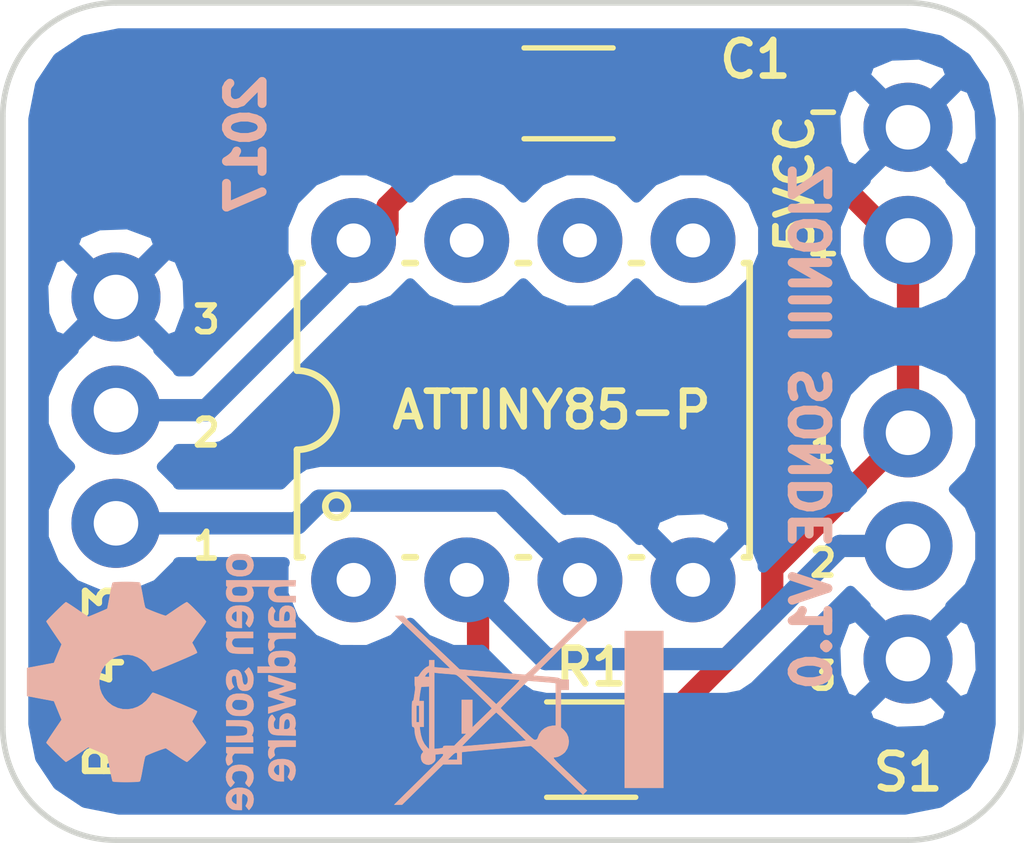
<source format=kicad_pcb>
(kicad_pcb (version 4) (host pcbnew 4.0.5)

  (general
    (links 12)
    (no_connects 0)
    (area 133.540499 88.836499 156.527501 107.759501)
    (thickness 1.6)
    (drawings 18)
    (tracks 32)
    (zones 0)
    (modules 8)
    (nets 5)
  )

  (page A4)
  (layers
    (0 Top signal)
    (31 Bottom signal)
    (34 B.Paste user)
    (35 F.Paste user)
    (36 B.SilkS user)
    (37 F.SilkS user)
    (38 B.Mask user)
    (39 F.Mask user)
    (44 Edge.Cuts user)
  )

  (setup
    (last_trace_width 0.5)
    (user_trace_width 0.1524)
    (user_trace_width 0.2)
    (user_trace_width 0.25)
    (user_trace_width 0.3)
    (user_trace_width 0.4)
    (user_trace_width 0.5)
    (user_trace_width 0.6)
    (user_trace_width 0.8)
    (trace_clearance 0.3)
    (zone_clearance 0.508)
    (zone_45_only yes)
    (trace_min 0.1524)
    (segment_width 0.127)
    (edge_width 0.127)
    (via_size 0.6858)
    (via_drill 0.3302)
    (via_min_size 0.6858)
    (via_min_drill 0.3302)
    (uvia_size 0.762)
    (uvia_drill 0.508)
    (uvias_allowed no)
    (uvia_min_size 0)
    (uvia_min_drill 0)
    (pcb_text_width 0.127)
    (pcb_text_size 0.6 0.6)
    (mod_edge_width 0.127)
    (mod_text_size 0.6 0.6)
    (mod_text_width 0.127)
    (pad_size 1.524 1.524)
    (pad_drill 0.762)
    (pad_to_mask_clearance 0.05)
    (pad_to_paste_clearance -0.04)
    (aux_axis_origin 0 0)
    (visible_elements 7FFFF7FF)
    (pcbplotparams
      (layerselection 0x011fc_80000001)
      (usegerberextensions false)
      (excludeedgelayer true)
      (linewidth 0.127000)
      (plotframeref false)
      (viasonmask false)
      (mode 1)
      (useauxorigin false)
      (hpglpennumber 1)
      (hpglpenspeed 20)
      (hpglpendiameter 15)
      (hpglpenoverlay 2)
      (psnegative false)
      (psa4output false)
      (plotreference true)
      (plotvalue true)
      (plotinvisibletext false)
      (padsonsilk false)
      (subtractmaskfromsilk false)
      (outputformat 4)
      (mirror false)
      (drillshape 0)
      (scaleselection 1)
      (outputdirectory CAM/))
  )

  (net 0 "")
  (net 1 VCC)
  (net 2 GND)
  (net 3 "Net-(IC1-Pad2)")
  (net 4 "Net-(IC1-Pad3)")

  (net_class Default "Dit is de standaard class."
    (clearance 0.3)
    (trace_width 0.1524)
    (via_dia 0.6858)
    (via_drill 0.3302)
    (uvia_dia 0.762)
    (uvia_drill 0.508)
    (add_net GND)
    (add_net "Net-(IC1-Pad2)")
    (add_net "Net-(IC1-Pad3)")
    (add_net VCC)
  )

  (module BRICE:C_1206_HandSoldering (layer Top) (tedit 58CD0301) (tstamp 58CCF991)
    (at 146.304 90.932 180)
    (descr "Capacitor SMD 1206, hand soldering")
    (tags "capacitor 1206")
    (path /58879B97)
    (attr smd)
    (fp_text reference C1 (at -4.191 0.762 180) (layer F.SilkS)
      (effects (font (size 0.8 0.8) (thickness 0.15)))
    )
    (fp_text value 10uF (at 0 2 180) (layer F.Fab)
      (effects (font (size 1 1) (thickness 0.15)))
    )
    (fp_text user %R (at 0 -1.75 180) (layer F.Fab)
      (effects (font (size 1 1) (thickness 0.15)))
    )
    (fp_line (start -1.6 0.8) (end -1.6 -0.8) (layer F.Fab) (width 0.1))
    (fp_line (start 1.6 0.8) (end -1.6 0.8) (layer F.Fab) (width 0.1))
    (fp_line (start 1.6 -0.8) (end 1.6 0.8) (layer F.Fab) (width 0.1))
    (fp_line (start -1.6 -0.8) (end 1.6 -0.8) (layer F.Fab) (width 0.1))
    (fp_line (start 1 -1.02) (end -1 -1.02) (layer F.SilkS) (width 0.12))
    (fp_line (start -1 1.02) (end 1 1.02) (layer F.SilkS) (width 0.12))
    (fp_line (start -3.25 -1.05) (end 3.25 -1.05) (layer F.CrtYd) (width 0.05))
    (fp_line (start -3.25 -1.05) (end -3.25 1.05) (layer F.CrtYd) (width 0.05))
    (fp_line (start 3.25 1.05) (end 3.25 -1.05) (layer F.CrtYd) (width 0.05))
    (fp_line (start 3.25 1.05) (end -3.25 1.05) (layer F.CrtYd) (width 0.05))
    (pad 1 smd rect (at -2 0 180) (size 2 1.6) (layers Top F.Paste F.Mask)
      (net 1 VCC))
    (pad 2 smd rect (at 2 0 180) (size 2 1.6) (layers Top F.Paste F.Mask)
      (net 2 GND))
    (model Capacitors_SMD.3dshapes/C_1206.wrl
      (at (xyz 0 0 0))
      (scale (xyz 1 1 1))
      (rotate (xyz 0 0 0))
    )
  )

  (module BRICE:ATTINY85-P (layer Top) (tedit 58CCFF70) (tstamp 58CCF9A1)
    (at 145.288 98.044)
    (descr "PDIP-8 Standard 300mil 8pin Dual In Line Package")
    (tags "Power Integrations P Package")
    (path /58879B60)
    (fp_text reference ATTINY85-P (at 0.635 0) (layer F.SilkS)
      (effects (font (size 0.8 0.8) (thickness 0.15)))
    )
    (fp_text value ATTINY85-P (at 0 0) (layer F.Fab)
      (effects (font (size 1 1) (thickness 0.15)))
    )
    (fp_line (start -5.08 0.889) (end -5.08 3.302) (layer F.SilkS) (width 0.15))
    (fp_line (start -5.08 -0.889) (end -5.08 -3.302) (layer F.SilkS) (width 0.15))
    (fp_arc (start -5.08 0) (end -4.191 0) (angle 90) (layer F.SilkS) (width 0.15))
    (fp_arc (start -5.08 0) (end -5.08 -0.889) (angle 90) (layer F.SilkS) (width 0.15))
    (fp_circle (center -4.191 2.159) (end -3.937 2.159) (layer F.SilkS) (width 0.15))
    (fp_line (start 5.08 3.302) (end 4.953 3.302) (layer F.SilkS) (width 0.15))
    (fp_line (start 2.413 3.302) (end 2.667 3.302) (layer F.SilkS) (width 0.15))
    (fp_line (start -0.127 3.302) (end 0.127 3.302) (layer F.SilkS) (width 0.15))
    (fp_line (start -2.667 3.302) (end -2.413 3.302) (layer F.SilkS) (width 0.15))
    (fp_line (start -5.08 3.302) (end -4.953 3.302) (layer F.SilkS) (width 0.15))
    (fp_line (start -5.08 -3.302) (end -4.953 -3.302) (layer F.SilkS) (width 0.15))
    (fp_line (start 5.08 -3.302) (end 4.953 -3.302) (layer F.SilkS) (width 0.15))
    (fp_line (start 2.413 -3.302) (end 2.667 -3.302) (layer F.SilkS) (width 0.15))
    (fp_line (start -0.127 -3.302) (end 0.127 -3.302) (layer F.SilkS) (width 0.15))
    (fp_line (start -2.667 -3.302) (end -2.413 -3.302) (layer F.SilkS) (width 0.15))
    (fp_line (start 5.08 3.302) (end 5.08 -3.302) (layer F.SilkS) (width 0.15))
    (pad 1 thru_hole circle (at -3.81 3.81) (size 1.905 1.905) (drill 0.762) (layers *.Cu *.Mask))
    (pad 2 thru_hole circle (at -1.27 3.81) (size 1.905 1.905) (drill 0.762) (layers *.Cu *.Mask)
      (net 3 "Net-(IC1-Pad2)"))
    (pad 3 thru_hole circle (at 1.27 3.81) (size 1.905 1.905) (drill 0.762) (layers *.Cu *.Mask)
      (net 4 "Net-(IC1-Pad3)"))
    (pad 4 thru_hole circle (at 3.81 3.81) (size 1.905 1.905) (drill 0.762) (layers *.Cu *.Mask)
      (net 2 GND))
    (pad 5 thru_hole circle (at 3.81 -3.81) (size 1.905 1.905) (drill 0.762) (layers *.Cu *.Mask))
    (pad 6 thru_hole circle (at 1.27 -3.81) (size 1.905 1.905) (drill 0.762) (layers *.Cu *.Mask))
    (pad 7 thru_hole circle (at -1.27 -3.81) (size 1.905 1.905) (drill 0.762) (layers *.Cu *.Mask))
    (pad 8 thru_hole circle (at -3.81 -3.81) (size 1.905 1.905) (drill 0.762) (layers *.Cu *.Mask)
      (net 1 VCC))
  )

  (module BRICE:Power_Pad_2x_1mmDrill (layer Top) (tedit 58CCFF4D) (tstamp 58CCF9A7)
    (at 153.924 92.964 90)
    (path /5887A78D)
    (fp_text reference 5VCC (at 0 -2.54 90) (layer F.SilkS)
      (effects (font (size 0.8 0.8) (thickness 0.15)))
    )
    (fp_text value Power (at 0 2.54 90) (layer F.Fab)
      (effects (font (size 1 1) (thickness 0.15)))
    )
    (pad 1 thru_hole circle (at -1.27 0 90) (size 2 2) (drill 1) (layers *.Cu *.Mask)
      (net 1 VCC))
    (pad 2 thru_hole circle (at 1.27 0 90) (size 2 2) (drill 1) (layers *.Cu *.Mask)
      (net 2 GND))
  )

  (module BRICE:R_1206_HandSoldering (layer Top) (tedit 58C701D4) (tstamp 58CCF9A8)
    (at 146.812 105.664)
    (descr "Resistor SMD 1206, hand soldering")
    (tags "resistor 1206")
    (path /58879C0A)
    (attr smd)
    (fp_text reference R1 (at 0 -1.85) (layer F.SilkS)
      (effects (font (size 0.8 0.8) (thickness 0.15)))
    )
    (fp_text value 4700 (at 0 1.9) (layer F.Fab)
      (effects (font (size 1 1) (thickness 0.15)))
    )
    (fp_text user %R (at 0 -1.85) (layer F.Fab)
      (effects (font (size 1 1) (thickness 0.15)))
    )
    (fp_line (start -1.6 0.8) (end -1.6 -0.8) (layer F.Fab) (width 0.1))
    (fp_line (start 1.6 0.8) (end -1.6 0.8) (layer F.Fab) (width 0.1))
    (fp_line (start 1.6 -0.8) (end 1.6 0.8) (layer F.Fab) (width 0.1))
    (fp_line (start -1.6 -0.8) (end 1.6 -0.8) (layer F.Fab) (width 0.1))
    (fp_line (start 1 1.07) (end -1 1.07) (layer F.SilkS) (width 0.12))
    (fp_line (start -1 -1.07) (end 1 -1.07) (layer F.SilkS) (width 0.12))
    (fp_line (start -3.25 -1.11) (end 3.25 -1.11) (layer F.CrtYd) (width 0.05))
    (fp_line (start -3.25 -1.11) (end -3.25 1.1) (layer F.CrtYd) (width 0.05))
    (fp_line (start 3.25 1.1) (end 3.25 -1.11) (layer F.CrtYd) (width 0.05))
    (fp_line (start 3.25 1.1) (end -3.25 1.1) (layer F.CrtYd) (width 0.05))
    (pad 1 smd rect (at -2 0) (size 2 1.7) (layers Top F.Paste F.Mask)
      (net 3 "Net-(IC1-Pad2)"))
    (pad 2 smd rect (at 2 0) (size 2 1.7) (layers Top F.Paste F.Mask)
      (net 1 VCC))
    (model Resistors_SMD.3dshapes/R_1206.wrl
      (at (xyz 0 0 0))
      (scale (xyz 1 1 1))
      (rotate (xyz 0 0 0))
    )
  )

  (module BRICE:DS18B20 placed (layer Top) (tedit 58CC3C73) (tstamp 58CCF9AD)
    (at 153.924 101.092 90)
    (path /5887BBB9)
    (fp_text reference S1 (at -5.08 0 180) (layer F.SilkS)
      (effects (font (size 0.8 0.8) (thickness 0.15)))
    )
    (fp_text value DS18B20 (at 0 2.54 90) (layer F.Fab)
      (effects (font (size 1 1) (thickness 0.15)))
    )
    (pad 1 thru_hole circle (at -2.54 0 90) (size 2 2) (drill 1) (layers *.Cu *.Mask)
      (net 2 GND))
    (pad 3 thru_hole circle (at 2.54 0 90) (size 2 2) (drill 1) (layers *.Cu *.Mask)
      (net 1 VCC))
    (pad 2 thru_hole circle (at 0 0 90) (size 2 2) (drill 1) (layers *.Cu *.Mask)
      (net 3 "Net-(IC1-Pad2)"))
  )

  (module BRICE:FS1000A (layer Top) (tedit 58CCFF3D) (tstamp 58CCF9B9)
    (at 136.144 98.044 90)
    (path /5887ACE4)
    (fp_text reference "RF 433" (at -6.096 -0.254 90) (layer F.SilkS)
      (effects (font (size 0.8 0.8) (thickness 0.15)))
    )
    (fp_text value FS1000A (at 0 2.54 90) (layer F.Fab)
      (effects (font (size 1 1) (thickness 0.15)))
    )
    (pad 1 thru_hole circle (at -2.54 0 90) (size 2 2) (drill 1) (layers *.Cu *.Mask)
      (net 4 "Net-(IC1-Pad3)"))
    (pad 2 thru_hole circle (at 0 0 90) (size 2 2) (drill 1) (layers *.Cu *.Mask)
      (net 1 VCC))
    (pad 3 thru_hole circle (at 2.54 0 90) (size 2 2) (drill 1) (layers *.Cu *.Mask)
      (net 2 GND))
  )

  (module Symbols:OSHW-Logo_5.7x6mm_SilkScreen (layer Bottom) (tedit 0) (tstamp 58CCFFDB)
    (at 137.16 104.14 270)
    (descr "Open Source Hardware Logo")
    (tags "Logo OSHW")
    (attr virtual)
    (fp_text reference REF*** (at 0 0 270) (layer B.SilkS) hide
      (effects (font (size 1 1) (thickness 0.15)) (justify mirror))
    )
    (fp_text value OSHW-Logo_5.7x6mm_SilkScreen (at 0.75 0 270) (layer B.Fab) hide
      (effects (font (size 1 1) (thickness 0.15)) (justify mirror))
    )
    (fp_poly (pts (xy -1.908759 -1.469184) (xy -1.882247 -1.482282) (xy -1.849553 -1.505106) (xy -1.825725 -1.529996)
      (xy -1.809406 -1.561249) (xy -1.79924 -1.603166) (xy -1.793872 -1.660044) (xy -1.791944 -1.736184)
      (xy -1.791831 -1.768917) (xy -1.792161 -1.840656) (xy -1.793527 -1.891927) (xy -1.7965 -1.927404)
      (xy -1.801649 -1.951763) (xy -1.809543 -1.96968) (xy -1.817757 -1.981902) (xy -1.870187 -2.033905)
      (xy -1.93193 -2.065184) (xy -1.998536 -2.074592) (xy -2.065558 -2.06098) (xy -2.086792 -2.051354)
      (xy -2.137624 -2.024859) (xy -2.137624 -2.440052) (xy -2.100525 -2.420868) (xy -2.051643 -2.406025)
      (xy -1.991561 -2.402222) (xy -1.931564 -2.409243) (xy -1.886256 -2.425013) (xy -1.848675 -2.455047)
      (xy -1.816564 -2.498024) (xy -1.81415 -2.502436) (xy -1.803967 -2.523221) (xy -1.79653 -2.54417)
      (xy -1.791411 -2.569548) (xy -1.788181 -2.603618) (xy -1.786413 -2.650641) (xy -1.785677 -2.714882)
      (xy -1.785544 -2.787176) (xy -1.785544 -3.017822) (xy -1.923861 -3.017822) (xy -1.923861 -2.592533)
      (xy -1.962549 -2.559979) (xy -2.002738 -2.53394) (xy -2.040797 -2.529205) (xy -2.079066 -2.541389)
      (xy -2.099462 -2.55332) (xy -2.114642 -2.570313) (xy -2.125438 -2.595995) (xy -2.132683 -2.633991)
      (xy -2.137208 -2.687926) (xy -2.139844 -2.761425) (xy -2.140772 -2.810347) (xy -2.143911 -3.011535)
      (xy -2.209926 -3.015336) (xy -2.27594 -3.019136) (xy -2.27594 -1.77065) (xy -2.137624 -1.77065)
      (xy -2.134097 -1.840254) (xy -2.122215 -1.888569) (xy -2.10002 -1.918631) (xy -2.065559 -1.933471)
      (xy -2.030742 -1.936436) (xy -1.991329 -1.933028) (xy -1.965171 -1.919617) (xy -1.948814 -1.901896)
      (xy -1.935937 -1.882835) (xy -1.928272 -1.861601) (xy -1.924861 -1.831849) (xy -1.924749 -1.787236)
      (xy -1.925897 -1.74988) (xy -1.928532 -1.693604) (xy -1.932456 -1.656658) (xy -1.939063 -1.633223)
      (xy -1.949749 -1.61748) (xy -1.959833 -1.60838) (xy -2.00197 -1.588537) (xy -2.05184 -1.585332)
      (xy -2.080476 -1.592168) (xy -2.108828 -1.616464) (xy -2.127609 -1.663728) (xy -2.136712 -1.733624)
      (xy -2.137624 -1.77065) (xy -2.27594 -1.77065) (xy -2.27594 -1.458614) (xy -2.206782 -1.458614)
      (xy -2.16526 -1.460256) (xy -2.143838 -1.466087) (xy -2.137626 -1.477461) (xy -2.137624 -1.477798)
      (xy -2.134742 -1.488938) (xy -2.12203 -1.487673) (xy -2.096757 -1.475433) (xy -2.037869 -1.456707)
      (xy -1.971615 -1.454739) (xy -1.908759 -1.469184)) (layer B.SilkS) (width 0.01))
    (fp_poly (pts (xy -1.38421 -2.406555) (xy -1.325055 -2.422339) (xy -1.280023 -2.450948) (xy -1.248246 -2.488419)
      (xy -1.238366 -2.504411) (xy -1.231073 -2.521163) (xy -1.225974 -2.542592) (xy -1.222679 -2.572616)
      (xy -1.220797 -2.615154) (xy -1.219937 -2.674122) (xy -1.219707 -2.75344) (xy -1.219703 -2.774484)
      (xy -1.219703 -3.017822) (xy -1.280059 -3.017822) (xy -1.318557 -3.015126) (xy -1.347023 -3.008295)
      (xy -1.354155 -3.004083) (xy -1.373652 -2.996813) (xy -1.393566 -3.004083) (xy -1.426353 -3.01316)
      (xy -1.473978 -3.016813) (xy -1.526764 -3.015228) (xy -1.575036 -3.008589) (xy -1.603218 -3.000072)
      (xy -1.657753 -2.965063) (xy -1.691835 -2.916479) (xy -1.707157 -2.851882) (xy -1.707299 -2.850223)
      (xy -1.705955 -2.821566) (xy -1.584356 -2.821566) (xy -1.573726 -2.854161) (xy -1.55641 -2.872505)
      (xy -1.521652 -2.886379) (xy -1.475773 -2.891917) (xy -1.428988 -2.889191) (xy -1.391514 -2.878274)
      (xy -1.381015 -2.871269) (xy -1.362668 -2.838904) (xy -1.35802 -2.802111) (xy -1.35802 -2.753763)
      (xy -1.427582 -2.753763) (xy -1.493667 -2.75885) (xy -1.543764 -2.773263) (xy -1.574929 -2.795729)
      (xy -1.584356 -2.821566) (xy -1.705955 -2.821566) (xy -1.703987 -2.779647) (xy -1.68071 -2.723845)
      (xy -1.636948 -2.681647) (xy -1.630899 -2.677808) (xy -1.604907 -2.665309) (xy -1.572735 -2.65774)
      (xy -1.52776 -2.654061) (xy -1.474331 -2.653216) (xy -1.35802 -2.653169) (xy -1.35802 -2.604411)
      (xy -1.362953 -2.566581) (xy -1.375543 -2.541236) (xy -1.377017 -2.539887) (xy -1.405034 -2.5288)
      (xy -1.447326 -2.524503) (xy -1.494064 -2.526615) (xy -1.535418 -2.534756) (xy -1.559957 -2.546965)
      (xy -1.573253 -2.556746) (xy -1.587294 -2.558613) (xy -1.606671 -2.5506) (xy -1.635976 -2.530739)
      (xy -1.679803 -2.497063) (xy -1.683825 -2.493909) (xy -1.681764 -2.482236) (xy -1.664568 -2.462822)
      (xy -1.638433 -2.441248) (xy -1.609552 -2.423096) (xy -1.600478 -2.418809) (xy -1.56738 -2.410256)
      (xy -1.51888 -2.404155) (xy -1.464695 -2.401708) (xy -1.462161 -2.401703) (xy -1.38421 -2.406555)) (layer B.SilkS) (width 0.01))
    (fp_poly (pts (xy -0.993356 -2.40302) (xy -0.974539 -2.40866) (xy -0.968473 -2.421053) (xy -0.968218 -2.426647)
      (xy -0.967129 -2.44223) (xy -0.959632 -2.444676) (xy -0.939381 -2.433993) (xy -0.927351 -2.426694)
      (xy -0.8894 -2.411063) (xy -0.844072 -2.403334) (xy -0.796544 -2.40274) (xy -0.751995 -2.408513)
      (xy -0.715602 -2.419884) (xy -0.692543 -2.436088) (xy -0.687996 -2.456355) (xy -0.690291 -2.461843)
      (xy -0.70702 -2.484626) (xy -0.732963 -2.512647) (xy -0.737655 -2.517177) (xy -0.762383 -2.538005)
      (xy -0.783718 -2.544735) (xy -0.813555 -2.540038) (xy -0.825508 -2.536917) (xy -0.862705 -2.529421)
      (xy -0.888859 -2.532792) (xy -0.910946 -2.544681) (xy -0.931178 -2.560635) (xy -0.946079 -2.5807)
      (xy -0.956434 -2.608702) (xy -0.963029 -2.648467) (xy -0.966649 -2.703823) (xy -0.968078 -2.778594)
      (xy -0.968218 -2.82374) (xy -0.968218 -3.017822) (xy -1.09396 -3.017822) (xy -1.09396 -2.401683)
      (xy -1.031089 -2.401683) (xy -0.993356 -2.40302)) (layer B.SilkS) (width 0.01))
    (fp_poly (pts (xy -0.201188 -3.017822) (xy -0.270346 -3.017822) (xy -0.310488 -3.016645) (xy -0.331394 -3.011772)
      (xy -0.338922 -3.001186) (xy -0.339505 -2.994029) (xy -0.340774 -2.979676) (xy -0.348779 -2.976923)
      (xy -0.369815 -2.985771) (xy -0.386173 -2.994029) (xy -0.448977 -3.013597) (xy -0.517248 -3.014729)
      (xy -0.572752 -3.000135) (xy -0.624438 -2.964877) (xy -0.663838 -2.912835) (xy -0.685413 -2.85145)
      (xy -0.685962 -2.848018) (xy -0.689167 -2.810571) (xy -0.690761 -2.756813) (xy -0.690633 -2.716155)
      (xy -0.553279 -2.716155) (xy -0.550097 -2.770194) (xy -0.542859 -2.814735) (xy -0.53306 -2.839888)
      (xy -0.495989 -2.87426) (xy -0.451974 -2.886582) (xy -0.406584 -2.876618) (xy -0.367797 -2.846895)
      (xy -0.353108 -2.826905) (xy -0.344519 -2.80305) (xy -0.340496 -2.76823) (xy -0.339505 -2.71593)
      (xy -0.341278 -2.664139) (xy -0.345963 -2.618634) (xy -0.352603 -2.588181) (xy -0.35371 -2.585452)
      (xy -0.380491 -2.553) (xy -0.419579 -2.535183) (xy -0.463315 -2.532306) (xy -0.504038 -2.544674)
      (xy -0.534087 -2.572593) (xy -0.537204 -2.578148) (xy -0.546961 -2.612022) (xy -0.552277 -2.660728)
      (xy -0.553279 -2.716155) (xy -0.690633 -2.716155) (xy -0.690568 -2.69554) (xy -0.689664 -2.662563)
      (xy -0.683514 -2.580981) (xy -0.670733 -2.51973) (xy -0.649471 -2.474449) (xy -0.617878 -2.440779)
      (xy -0.587207 -2.421014) (xy -0.544354 -2.40712) (xy -0.491056 -2.402354) (xy -0.43648 -2.406236)
      (xy -0.389792 -2.418282) (xy -0.365124 -2.432693) (xy -0.339505 -2.455878) (xy -0.339505 -2.162773)
      (xy -0.201188 -2.162773) (xy -0.201188 -3.017822)) (layer B.SilkS) (width 0.01))
    (fp_poly (pts (xy 0.281524 -2.404237) (xy 0.331255 -2.407971) (xy 0.461291 -2.797773) (xy 0.481678 -2.728614)
      (xy 0.493946 -2.685874) (xy 0.510085 -2.628115) (xy 0.527512 -2.564625) (xy 0.536726 -2.53057)
      (xy 0.571388 -2.401683) (xy 0.714391 -2.401683) (xy 0.671646 -2.536857) (xy 0.650596 -2.603342)
      (xy 0.625167 -2.683539) (xy 0.59861 -2.767193) (xy 0.574902 -2.841782) (xy 0.520902 -3.011535)
      (xy 0.462598 -3.015328) (xy 0.404295 -3.019122) (xy 0.372679 -2.914734) (xy 0.353182 -2.849889)
      (xy 0.331904 -2.7784) (xy 0.313308 -2.715263) (xy 0.312574 -2.71275) (xy 0.298684 -2.669969)
      (xy 0.286429 -2.640779) (xy 0.277846 -2.629741) (xy 0.276082 -2.631018) (xy 0.269891 -2.64813)
      (xy 0.258128 -2.684787) (xy 0.242225 -2.736378) (xy 0.223614 -2.798294) (xy 0.213543 -2.832352)
      (xy 0.159007 -3.017822) (xy 0.043264 -3.017822) (xy -0.049263 -2.725471) (xy -0.075256 -2.643462)
      (xy -0.098934 -2.568987) (xy -0.11918 -2.505544) (xy -0.134874 -2.456632) (xy -0.144898 -2.425749)
      (xy -0.147945 -2.416726) (xy -0.145533 -2.407487) (xy -0.126592 -2.403441) (xy -0.087177 -2.403846)
      (xy -0.081007 -2.404152) (xy -0.007914 -2.407971) (xy 0.039957 -2.58401) (xy 0.057553 -2.648211)
      (xy 0.073277 -2.704649) (xy 0.085746 -2.748422) (xy 0.093574 -2.77463) (xy 0.09502 -2.778903)
      (xy 0.101014 -2.77399) (xy 0.113101 -2.748532) (xy 0.129893 -2.705997) (xy 0.150003 -2.64985)
      (xy 0.167003 -2.59913) (xy 0.231794 -2.400504) (xy 0.281524 -2.404237)) (layer B.SilkS) (width 0.01))
    (fp_poly (pts (xy 1.038411 -2.405417) (xy 1.091411 -2.41829) (xy 1.106731 -2.42511) (xy 1.136428 -2.442974)
      (xy 1.15922 -2.463093) (xy 1.176083 -2.488962) (xy 1.187998 -2.524073) (xy 1.195942 -2.57192)
      (xy 1.200894 -2.635996) (xy 1.203831 -2.719794) (xy 1.204947 -2.775768) (xy 1.209052 -3.017822)
      (xy 1.138932 -3.017822) (xy 1.096393 -3.016038) (xy 1.074476 -3.009942) (xy 1.068812 -2.999706)
      (xy 1.065821 -2.988637) (xy 1.052451 -2.990754) (xy 1.034233 -2.999629) (xy 0.988624 -3.013233)
      (xy 0.930007 -3.016899) (xy 0.868354 -3.010903) (xy 0.813638 -2.995521) (xy 0.80873 -2.993386)
      (xy 0.758723 -2.958255) (xy 0.725756 -2.909419) (xy 0.710587 -2.852333) (xy 0.711746 -2.831824)
      (xy 0.835508 -2.831824) (xy 0.846413 -2.859425) (xy 0.878745 -2.879204) (xy 0.93091 -2.889819)
      (xy 0.958787 -2.891228) (xy 1.005247 -2.88762) (xy 1.036129 -2.873597) (xy 1.043664 -2.866931)
      (xy 1.064076 -2.830666) (xy 1.068812 -2.797773) (xy 1.068812 -2.753763) (xy 1.007513 -2.753763)
      (xy 0.936256 -2.757395) (xy 0.886276 -2.768818) (xy 0.854696 -2.788824) (xy 0.847626 -2.797743)
      (xy 0.835508 -2.831824) (xy 0.711746 -2.831824) (xy 0.713971 -2.792456) (xy 0.736663 -2.735244)
      (xy 0.767624 -2.69658) (xy 0.786376 -2.679864) (xy 0.804733 -2.668878) (xy 0.828619 -2.66218)
      (xy 0.863957 -2.658326) (xy 0.916669 -2.655873) (xy 0.937577 -2.655168) (xy 1.068812 -2.650879)
      (xy 1.06862 -2.611158) (xy 1.063537 -2.569405) (xy 1.045162 -2.544158) (xy 1.008039 -2.52803)
      (xy 1.007043 -2.527742) (xy 0.95441 -2.5214) (xy 0.902906 -2.529684) (xy 0.86463 -2.549827)
      (xy 0.849272 -2.559773) (xy 0.83273 -2.558397) (xy 0.807275 -2.543987) (xy 0.792328 -2.533817)
      (xy 0.763091 -2.512088) (xy 0.74498 -2.4958) (xy 0.742074 -2.491137) (xy 0.75404 -2.467005)
      (xy 0.789396 -2.438185) (xy 0.804753 -2.428461) (xy 0.848901 -2.411714) (xy 0.908398 -2.402227)
      (xy 0.974487 -2.400095) (xy 1.038411 -2.405417)) (layer B.SilkS) (width 0.01))
    (fp_poly (pts (xy 1.635255 -2.401486) (xy 1.683595 -2.411015) (xy 1.711114 -2.425125) (xy 1.740064 -2.448568)
      (xy 1.698876 -2.500571) (xy 1.673482 -2.532064) (xy 1.656238 -2.547428) (xy 1.639102 -2.549776)
      (xy 1.614027 -2.542217) (xy 1.602257 -2.537941) (xy 1.55427 -2.531631) (xy 1.510324 -2.545156)
      (xy 1.47806 -2.57571) (xy 1.472819 -2.585452) (xy 1.467112 -2.611258) (xy 1.462706 -2.658817)
      (xy 1.459811 -2.724758) (xy 1.458631 -2.80571) (xy 1.458614 -2.817226) (xy 1.458614 -3.017822)
      (xy 1.320297 -3.017822) (xy 1.320297 -2.401683) (xy 1.389456 -2.401683) (xy 1.429333 -2.402725)
      (xy 1.450107 -2.407358) (xy 1.457789 -2.417849) (xy 1.458614 -2.427745) (xy 1.458614 -2.453806)
      (xy 1.491745 -2.427745) (xy 1.529735 -2.409965) (xy 1.58077 -2.401174) (xy 1.635255 -2.401486)) (layer B.SilkS) (width 0.01))
    (fp_poly (pts (xy 2.032581 -2.40497) (xy 2.092685 -2.420597) (xy 2.143021 -2.452848) (xy 2.167393 -2.47694)
      (xy 2.207345 -2.533895) (xy 2.230242 -2.599965) (xy 2.238108 -2.681182) (xy 2.238148 -2.687748)
      (xy 2.238218 -2.753763) (xy 1.858264 -2.753763) (xy 1.866363 -2.788342) (xy 1.880987 -2.819659)
      (xy 1.906581 -2.852291) (xy 1.911935 -2.8575) (xy 1.957943 -2.885694) (xy 2.01041 -2.890475)
      (xy 2.070803 -2.871926) (xy 2.08104 -2.866931) (xy 2.112439 -2.851745) (xy 2.13347 -2.843094)
      (xy 2.137139 -2.842293) (xy 2.149948 -2.850063) (xy 2.174378 -2.869072) (xy 2.186779 -2.87946)
      (xy 2.212476 -2.903321) (xy 2.220915 -2.919077) (xy 2.215058 -2.933571) (xy 2.211928 -2.937534)
      (xy 2.190725 -2.954879) (xy 2.155738 -2.975959) (xy 2.131337 -2.988265) (xy 2.062072 -3.009946)
      (xy 1.985388 -3.016971) (xy 1.912765 -3.008647) (xy 1.892426 -3.002686) (xy 1.829476 -2.968952)
      (xy 1.782815 -2.917045) (xy 1.752173 -2.846459) (xy 1.737282 -2.756692) (xy 1.735647 -2.709753)
      (xy 1.740421 -2.641413) (xy 1.86099 -2.641413) (xy 1.872652 -2.646465) (xy 1.903998 -2.650429)
      (xy 1.949571 -2.652768) (xy 1.980446 -2.653169) (xy 2.035981 -2.652783) (xy 2.071033 -2.650975)
      (xy 2.090262 -2.646773) (xy 2.09833 -2.639203) (xy 2.099901 -2.628218) (xy 2.089121 -2.594381)
      (xy 2.06198 -2.56094) (xy 2.026277 -2.535272) (xy 1.99056 -2.524772) (xy 1.942048 -2.534086)
      (xy 1.900053 -2.561013) (xy 1.870936 -2.599827) (xy 1.86099 -2.641413) (xy 1.740421 -2.641413)
      (xy 1.742599 -2.610236) (xy 1.764055 -2.530949) (xy 1.80047 -2.471263) (xy 1.852297 -2.430549)
      (xy 1.91999 -2.408179) (xy 1.956662 -2.403871) (xy 2.032581 -2.40497)) (layer B.SilkS) (width 0.01))
    (fp_poly (pts (xy -2.538261 -1.465148) (xy -2.472479 -1.494231) (xy -2.42254 -1.542793) (xy -2.388374 -1.610908)
      (xy -2.369907 -1.698651) (xy -2.368583 -1.712351) (xy -2.367546 -1.808939) (xy -2.380993 -1.893602)
      (xy -2.408108 -1.962221) (xy -2.422627 -1.984294) (xy -2.473201 -2.031011) (xy -2.537609 -2.061268)
      (xy -2.609666 -2.073824) (xy -2.683185 -2.067439) (xy -2.739072 -2.047772) (xy -2.787132 -2.014629)
      (xy -2.826412 -1.971175) (xy -2.827092 -1.970158) (xy -2.843044 -1.943338) (xy -2.85341 -1.916368)
      (xy -2.859688 -1.882332) (xy -2.863373 -1.83431) (xy -2.864997 -1.794931) (xy -2.865672 -1.759219)
      (xy -2.739955 -1.759219) (xy -2.738726 -1.79477) (xy -2.734266 -1.842094) (xy -2.726397 -1.872465)
      (xy -2.712207 -1.894072) (xy -2.698917 -1.906694) (xy -2.651802 -1.933122) (xy -2.602505 -1.936653)
      (xy -2.556593 -1.917639) (xy -2.533638 -1.896331) (xy -2.517096 -1.874859) (xy -2.507421 -1.854313)
      (xy -2.503174 -1.827574) (xy -2.50292 -1.787523) (xy -2.504228 -1.750638) (xy -2.507043 -1.697947)
      (xy -2.511505 -1.663772) (xy -2.519548 -1.64148) (xy -2.533103 -1.624442) (xy -2.543845 -1.614703)
      (xy -2.588777 -1.589123) (xy -2.637249 -1.587847) (xy -2.677894 -1.602999) (xy -2.712567 -1.634642)
      (xy -2.733224 -1.68662) (xy -2.739955 -1.759219) (xy -2.865672 -1.759219) (xy -2.866479 -1.716621)
      (xy -2.863948 -1.658056) (xy -2.856362 -1.614007) (xy -2.842681 -1.579248) (xy -2.821865 -1.548551)
      (xy -2.814147 -1.539436) (xy -2.765889 -1.494021) (xy -2.714128 -1.467493) (xy -2.650828 -1.456379)
      (xy -2.619961 -1.455471) (xy -2.538261 -1.465148)) (layer B.SilkS) (width 0.01))
    (fp_poly (pts (xy -1.356699 -1.472614) (xy -1.344168 -1.478514) (xy -1.300799 -1.510283) (xy -1.25979 -1.556646)
      (xy -1.229168 -1.607696) (xy -1.220459 -1.631166) (xy -1.212512 -1.673091) (xy -1.207774 -1.723757)
      (xy -1.207199 -1.744679) (xy -1.207129 -1.810693) (xy -1.587083 -1.810693) (xy -1.578983 -1.845273)
      (xy -1.559104 -1.88617) (xy -1.524347 -1.921514) (xy -1.482998 -1.944282) (xy -1.456649 -1.94901)
      (xy -1.420916 -1.943273) (xy -1.378282 -1.928882) (xy -1.363799 -1.922262) (xy -1.31024 -1.895513)
      (xy -1.264533 -1.930376) (xy -1.238158 -1.953955) (xy -1.224124 -1.973417) (xy -1.223414 -1.979129)
      (xy -1.235951 -1.992973) (xy -1.263428 -2.014012) (xy -1.288366 -2.030425) (xy -1.355664 -2.05993)
      (xy -1.43111 -2.073284) (xy -1.505888 -2.069812) (xy -1.565495 -2.051663) (xy -1.626941 -2.012784)
      (xy -1.670608 -1.961595) (xy -1.697926 -1.895367) (xy -1.710322 -1.811371) (xy -1.711421 -1.772936)
      (xy -1.707022 -1.684861) (xy -1.706482 -1.682299) (xy -1.580582 -1.682299) (xy -1.577115 -1.690558)
      (xy -1.562863 -1.695113) (xy -1.53347 -1.697065) (xy -1.484575 -1.697517) (xy -1.465748 -1.697525)
      (xy -1.408467 -1.696843) (xy -1.372141 -1.694364) (xy -1.352604 -1.689443) (xy -1.34569 -1.681434)
      (xy -1.345445 -1.678862) (xy -1.353336 -1.658423) (xy -1.373085 -1.629789) (xy -1.381575 -1.619763)
      (xy -1.413094 -1.591408) (xy -1.445949 -1.580259) (xy -1.463651 -1.579327) (xy -1.511539 -1.590981)
      (xy -1.551699 -1.622285) (xy -1.577173 -1.667752) (xy -1.577625 -1.669233) (xy -1.580582 -1.682299)
      (xy -1.706482 -1.682299) (xy -1.692392 -1.61551) (xy -1.666038 -1.560025) (xy -1.633807 -1.520639)
      (xy -1.574217 -1.477931) (xy -1.504168 -1.455109) (xy -1.429661 -1.453046) (xy -1.356699 -1.472614)) (layer B.SilkS) (width 0.01))
    (fp_poly (pts (xy 0.014017 -1.456452) (xy 0.061634 -1.465482) (xy 0.111034 -1.48437) (xy 0.116312 -1.486777)
      (xy 0.153774 -1.506476) (xy 0.179717 -1.524781) (xy 0.188103 -1.536508) (xy 0.180117 -1.555632)
      (xy 0.16072 -1.58385) (xy 0.15211 -1.594384) (xy 0.116628 -1.635847) (xy 0.070885 -1.608858)
      (xy 0.02735 -1.590878) (xy -0.02295 -1.581267) (xy -0.071188 -1.58066) (xy -0.108533 -1.589691)
      (xy -0.117495 -1.595327) (xy -0.134563 -1.621171) (xy -0.136637 -1.650941) (xy -0.123866 -1.674197)
      (xy -0.116312 -1.678708) (xy -0.093675 -1.684309) (xy -0.053885 -1.690892) (xy -0.004834 -1.697183)
      (xy 0.004215 -1.69817) (xy 0.082996 -1.711798) (xy 0.140136 -1.734946) (xy 0.17803 -1.769752)
      (xy 0.199079 -1.818354) (xy 0.205635 -1.877718) (xy 0.196577 -1.945198) (xy 0.167164 -1.998188)
      (xy 0.117278 -2.036783) (xy 0.0468 -2.061081) (xy -0.031435 -2.070667) (xy -0.095234 -2.070552)
      (xy -0.146984 -2.061845) (xy -0.182327 -2.049825) (xy -0.226983 -2.02888) (xy -0.268253 -2.004574)
      (xy -0.282921 -1.993876) (xy -0.320643 -1.963084) (xy -0.275148 -1.917049) (xy -0.229653 -1.871013)
      (xy -0.177928 -1.905243) (xy -0.126048 -1.930952) (xy -0.070649 -1.944399) (xy -0.017395 -1.945818)
      (xy 0.028049 -1.935443) (xy 0.060016 -1.913507) (xy 0.070338 -1.894998) (xy 0.068789 -1.865314)
      (xy 0.04314 -1.842615) (xy -0.00654 -1.82694) (xy -0.060969 -1.819695) (xy -0.144736 -1.805873)
      (xy -0.206967 -1.779796) (xy -0.248493 -1.740699) (xy -0.270147 -1.68782) (xy -0.273147 -1.625126)
      (xy -0.258329 -1.559642) (xy -0.224546 -1.510144) (xy -0.171495 -1.476408) (xy -0.098874 -1.458207)
      (xy -0.045072 -1.454639) (xy 0.014017 -1.456452)) (layer B.SilkS) (width 0.01))
    (fp_poly (pts (xy 0.610762 -1.466055) (xy 0.674363 -1.500692) (xy 0.724123 -1.555372) (xy 0.747568 -1.599842)
      (xy 0.757634 -1.639121) (xy 0.764156 -1.695116) (xy 0.766951 -1.759621) (xy 0.765836 -1.824429)
      (xy 0.760626 -1.881334) (xy 0.754541 -1.911727) (xy 0.734014 -1.953306) (xy 0.698463 -1.997468)
      (xy 0.655619 -2.036087) (xy 0.613211 -2.061034) (xy 0.612177 -2.06143) (xy 0.559553 -2.072331)
      (xy 0.497188 -2.072601) (xy 0.437924 -2.062676) (xy 0.41504 -2.054722) (xy 0.356102 -2.0213)
      (xy 0.31389 -1.977511) (xy 0.286156 -1.919538) (xy 0.270651 -1.843565) (xy 0.267143 -1.803771)
      (xy 0.26759 -1.753766) (xy 0.402376 -1.753766) (xy 0.406917 -1.826732) (xy 0.419986 -1.882334)
      (xy 0.440756 -1.917861) (xy 0.455552 -1.92802) (xy 0.493464 -1.935104) (xy 0.538527 -1.933007)
      (xy 0.577487 -1.922812) (xy 0.587704 -1.917204) (xy 0.614659 -1.884538) (xy 0.632451 -1.834545)
      (xy 0.640024 -1.773705) (xy 0.636325 -1.708497) (xy 0.628057 -1.669253) (xy 0.60432 -1.623805)
      (xy 0.566849 -1.595396) (xy 0.52172 -1.585573) (xy 0.475011 -1.595887) (xy 0.439132 -1.621112)
      (xy 0.420277 -1.641925) (xy 0.409272 -1.662439) (xy 0.404026 -1.690203) (xy 0.402449 -1.732762)
      (xy 0.402376 -1.753766) (xy 0.26759 -1.753766) (xy 0.268094 -1.69758) (xy 0.285388 -1.610501)
      (xy 0.319029 -1.54253) (xy 0.369018 -1.493664) (xy 0.435356 -1.463899) (xy 0.449601 -1.460448)
      (xy 0.53521 -1.452345) (xy 0.610762 -1.466055)) (layer B.SilkS) (width 0.01))
    (fp_poly (pts (xy 0.993367 -1.654342) (xy 0.994555 -1.746563) (xy 0.998897 -1.81661) (xy 1.007558 -1.867381)
      (xy 1.021704 -1.901772) (xy 1.0425 -1.922679) (xy 1.07111 -1.933) (xy 1.106535 -1.935636)
      (xy 1.143636 -1.932682) (xy 1.171818 -1.921889) (xy 1.192243 -1.90036) (xy 1.206079 -1.865199)
      (xy 1.214491 -1.81351) (xy 1.218643 -1.742394) (xy 1.219703 -1.654342) (xy 1.219703 -1.458614)
      (xy 1.35802 -1.458614) (xy 1.35802 -2.062179) (xy 1.288862 -2.062179) (xy 1.24717 -2.060489)
      (xy 1.225701 -2.054556) (xy 1.219703 -2.043293) (xy 1.216091 -2.033261) (xy 1.201714 -2.035383)
      (xy 1.172736 -2.04958) (xy 1.106319 -2.07148) (xy 1.035875 -2.069928) (xy 0.968377 -2.046147)
      (xy 0.936233 -2.027362) (xy 0.911715 -2.007022) (xy 0.893804 -1.981573) (xy 0.881479 -1.947458)
      (xy 0.873723 -1.901121) (xy 0.869516 -1.839007) (xy 0.86784 -1.757561) (xy 0.867624 -1.694578)
      (xy 0.867624 -1.458614) (xy 0.993367 -1.458614) (xy 0.993367 -1.654342)) (layer B.SilkS) (width 0.01))
    (fp_poly (pts (xy 2.217226 -1.46388) (xy 2.29008 -1.49483) (xy 2.313027 -1.509895) (xy 2.342354 -1.533048)
      (xy 2.360764 -1.551253) (xy 2.363961 -1.557183) (xy 2.354935 -1.57034) (xy 2.331837 -1.592667)
      (xy 2.313344 -1.60825) (xy 2.262728 -1.648926) (xy 2.22276 -1.615295) (xy 2.191874 -1.593584)
      (xy 2.161759 -1.58609) (xy 2.127292 -1.58792) (xy 2.072561 -1.601528) (xy 2.034886 -1.629772)
      (xy 2.011991 -1.675433) (xy 2.001597 -1.741289) (xy 2.001595 -1.741331) (xy 2.002494 -1.814939)
      (xy 2.016463 -1.868946) (xy 2.044328 -1.905716) (xy 2.063325 -1.918168) (xy 2.113776 -1.933673)
      (xy 2.167663 -1.933683) (xy 2.214546 -1.918638) (xy 2.225644 -1.911287) (xy 2.253476 -1.892511)
      (xy 2.275236 -1.889434) (xy 2.298704 -1.903409) (xy 2.324649 -1.92851) (xy 2.365716 -1.97088)
      (xy 2.320121 -2.008464) (xy 2.249674 -2.050882) (xy 2.170233 -2.071785) (xy 2.087215 -2.070272)
      (xy 2.032694 -2.056411) (xy 1.96897 -2.022135) (xy 1.918005 -1.968212) (xy 1.894851 -1.930149)
      (xy 1.876099 -1.875536) (xy 1.866715 -1.806369) (xy 1.866643 -1.731407) (xy 1.875824 -1.659409)
      (xy 1.894199 -1.599137) (xy 1.897093 -1.592958) (xy 1.939952 -1.532351) (xy 1.997979 -1.488224)
      (xy 2.066591 -1.461493) (xy 2.141201 -1.453073) (xy 2.217226 -1.46388)) (layer B.SilkS) (width 0.01))
    (fp_poly (pts (xy 2.677898 -1.456457) (xy 2.710096 -1.464279) (xy 2.771825 -1.492921) (xy 2.82461 -1.536667)
      (xy 2.861141 -1.589117) (xy 2.86616 -1.600893) (xy 2.873045 -1.63174) (xy 2.877864 -1.677371)
      (xy 2.879505 -1.723492) (xy 2.879505 -1.810693) (xy 2.697178 -1.810693) (xy 2.621979 -1.810978)
      (xy 2.569003 -1.812704) (xy 2.535325 -1.817181) (xy 2.51802 -1.82572) (xy 2.514163 -1.83963)
      (xy 2.520829 -1.860222) (xy 2.53277 -1.884315) (xy 2.56608 -1.924525) (xy 2.612368 -1.944558)
      (xy 2.668944 -1.943905) (xy 2.733031 -1.922101) (xy 2.788417 -1.895193) (xy 2.834375 -1.931532)
      (xy 2.880333 -1.967872) (xy 2.837096 -2.007819) (xy 2.779374 -2.045563) (xy 2.708386 -2.06832)
      (xy 2.632029 -2.074688) (xy 2.558199 -2.063268) (xy 2.546287 -2.059393) (xy 2.481399 -2.025506)
      (xy 2.43313 -1.974986) (xy 2.400465 -1.906325) (xy 2.382385 -1.818014) (xy 2.382175 -1.816121)
      (xy 2.380556 -1.719878) (xy 2.3871 -1.685542) (xy 2.514852 -1.685542) (xy 2.526584 -1.690822)
      (xy 2.558438 -1.694867) (xy 2.605397 -1.697176) (xy 2.635154 -1.697525) (xy 2.690648 -1.697306)
      (xy 2.725346 -1.695916) (xy 2.743601 -1.692251) (xy 2.749766 -1.68521) (xy 2.748195 -1.67369)
      (xy 2.746878 -1.669233) (xy 2.724382 -1.627355) (xy 2.689003 -1.593604) (xy 2.65778 -1.578773)
      (xy 2.616301 -1.579668) (xy 2.574269 -1.598164) (xy 2.539012 -1.628786) (xy 2.517854 -1.666062)
      (xy 2.514852 -1.685542) (xy 2.3871 -1.685542) (xy 2.39669 -1.635229) (xy 2.428698 -1.564191)
      (xy 2.474701 -1.508779) (xy 2.532821 -1.471009) (xy 2.60118 -1.452896) (xy 2.677898 -1.456457)) (layer B.SilkS) (width 0.01))
    (fp_poly (pts (xy -0.754012 -1.469002) (xy -0.722717 -1.48395) (xy -0.692409 -1.505541) (xy -0.669318 -1.530391)
      (xy -0.6525 -1.562087) (xy -0.641006 -1.604214) (xy -0.633891 -1.660358) (xy -0.630207 -1.734106)
      (xy -0.629008 -1.829044) (xy -0.628989 -1.838985) (xy -0.628713 -2.062179) (xy -0.76703 -2.062179)
      (xy -0.76703 -1.856418) (xy -0.767128 -1.780189) (xy -0.767809 -1.724939) (xy -0.769651 -1.686501)
      (xy -0.773233 -1.660706) (xy -0.779132 -1.643384) (xy -0.787927 -1.630368) (xy -0.80018 -1.617507)
      (xy -0.843047 -1.589873) (xy -0.889843 -1.584745) (xy -0.934424 -1.602217) (xy -0.949928 -1.615221)
      (xy -0.96131 -1.627447) (xy -0.969481 -1.64054) (xy -0.974974 -1.658615) (xy -0.97832 -1.685787)
      (xy -0.980051 -1.72617) (xy -0.980697 -1.783879) (xy -0.980792 -1.854132) (xy -0.980792 -2.062179)
      (xy -1.119109 -2.062179) (xy -1.119109 -1.458614) (xy -1.04995 -1.458614) (xy -1.008428 -1.460256)
      (xy -0.987006 -1.466087) (xy -0.980795 -1.477461) (xy -0.980792 -1.477798) (xy -0.97791 -1.488938)
      (xy -0.965199 -1.487674) (xy -0.939926 -1.475434) (xy -0.882605 -1.457424) (xy -0.817037 -1.455421)
      (xy -0.754012 -1.469002)) (layer B.SilkS) (width 0.01))
    (fp_poly (pts (xy 1.79946 -1.45803) (xy 1.842711 -1.471245) (xy 1.870558 -1.487941) (xy 1.879629 -1.501145)
      (xy 1.877132 -1.516797) (xy 1.860931 -1.541385) (xy 1.847232 -1.5588) (xy 1.818992 -1.590283)
      (xy 1.797775 -1.603529) (xy 1.779688 -1.602664) (xy 1.726035 -1.58901) (xy 1.68663 -1.58963)
      (xy 1.654632 -1.605104) (xy 1.64389 -1.614161) (xy 1.609505 -1.646027) (xy 1.609505 -2.062179)
      (xy 1.471188 -2.062179) (xy 1.471188 -1.458614) (xy 1.540347 -1.458614) (xy 1.581869 -1.460256)
      (xy 1.603291 -1.466087) (xy 1.609502 -1.477461) (xy 1.609505 -1.477798) (xy 1.612439 -1.489713)
      (xy 1.625704 -1.488159) (xy 1.644084 -1.479563) (xy 1.682046 -1.463568) (xy 1.712872 -1.453945)
      (xy 1.752536 -1.451478) (xy 1.79946 -1.45803)) (layer B.SilkS) (width 0.01))
    (fp_poly (pts (xy 0.376964 2.709982) (xy 0.433812 2.40843) (xy 0.853338 2.235488) (xy 1.104984 2.406605)
      (xy 1.175458 2.45425) (xy 1.239163 2.49679) (xy 1.293126 2.532285) (xy 1.334373 2.55879)
      (xy 1.359934 2.574364) (xy 1.366895 2.577722) (xy 1.379435 2.569086) (xy 1.406231 2.545208)
      (xy 1.44428 2.509141) (xy 1.490579 2.463933) (xy 1.542123 2.412636) (xy 1.595909 2.358299)
      (xy 1.648935 2.303972) (xy 1.698195 2.252705) (xy 1.740687 2.207549) (xy 1.773407 2.171554)
      (xy 1.793351 2.14777) (xy 1.798119 2.13981) (xy 1.791257 2.125135) (xy 1.77202 2.092986)
      (xy 1.74243 2.046508) (xy 1.70451 1.988844) (xy 1.660282 1.92314) (xy 1.634654 1.885664)
      (xy 1.587941 1.817232) (xy 1.546432 1.75548) (xy 1.51214 1.703481) (xy 1.48708 1.664308)
      (xy 1.473264 1.641035) (xy 1.471188 1.636145) (xy 1.475895 1.622245) (xy 1.488723 1.58985)
      (xy 1.507738 1.543515) (xy 1.531003 1.487794) (xy 1.556584 1.427242) (xy 1.582545 1.366414)
      (xy 1.60695 1.309864) (xy 1.627863 1.262148) (xy 1.643349 1.227819) (xy 1.651472 1.211432)
      (xy 1.651952 1.210788) (xy 1.664707 1.207659) (xy 1.698677 1.200679) (xy 1.75034 1.190533)
      (xy 1.816176 1.177908) (xy 1.892664 1.163491) (xy 1.93729 1.155177) (xy 2.019021 1.139616)
      (xy 2.092843 1.124808) (xy 2.155021 1.111564) (xy 2.201822 1.100695) (xy 2.229509 1.093011)
      (xy 2.235074 1.090573) (xy 2.240526 1.07407) (xy 2.244924 1.0368) (xy 2.248272 0.98312)
      (xy 2.250574 0.917388) (xy 2.251832 0.843963) (xy 2.252048 0.767204) (xy 2.251227 0.691468)
      (xy 2.249371 0.621114) (xy 2.246482 0.5605) (xy 2.242565 0.513984) (xy 2.237622 0.485925)
      (xy 2.234657 0.480084) (xy 2.216934 0.473083) (xy 2.179381 0.463073) (xy 2.126964 0.451231)
      (xy 2.064652 0.438733) (xy 2.0429 0.43469) (xy 1.938024 0.41548) (xy 1.85518 0.400009)
      (xy 1.79163 0.387663) (xy 1.744637 0.377827) (xy 1.711463 0.369886) (xy 1.689371 0.363224)
      (xy 1.675624 0.357227) (xy 1.667484 0.351281) (xy 1.666345 0.350106) (xy 1.654977 0.331174)
      (xy 1.637635 0.294331) (xy 1.61605 0.244087) (xy 1.591954 0.184954) (xy 1.567079 0.121444)
      (xy 1.543157 0.058068) (xy 1.521919 -0.000662) (xy 1.505097 -0.050235) (xy 1.494422 -0.086139)
      (xy 1.491627 -0.103862) (xy 1.49186 -0.104483) (xy 1.501331 -0.11897) (xy 1.522818 -0.150844)
      (xy 1.554063 -0.196789) (xy 1.592807 -0.253485) (xy 1.636793 -0.317617) (xy 1.649319 -0.335842)
      (xy 1.693984 -0.401914) (xy 1.733288 -0.4622) (xy 1.765088 -0.513235) (xy 1.787245 -0.55156)
      (xy 1.797617 -0.573711) (xy 1.798119 -0.576432) (xy 1.789405 -0.590736) (xy 1.765325 -0.619072)
      (xy 1.728976 -0.658396) (xy 1.683453 -0.705661) (xy 1.631852 -0.757823) (xy 1.577267 -0.811835)
      (xy 1.522794 -0.864653) (xy 1.471529 -0.913231) (xy 1.426567 -0.954523) (xy 1.391004 -0.985485)
      (xy 1.367935 -1.00307) (xy 1.361554 -1.005941) (xy 1.346699 -0.999178) (xy 1.316286 -0.980939)
      (xy 1.275268 -0.954297) (xy 1.243709 -0.932852) (xy 1.186525 -0.893503) (xy 1.118806 -0.847171)
      (xy 1.05088 -0.800913) (xy 1.014361 -0.776155) (xy 0.890752 -0.692547) (xy 0.786991 -0.74865)
      (xy 0.73972 -0.773228) (xy 0.699523 -0.792331) (xy 0.672326 -0.803227) (xy 0.665402 -0.804743)
      (xy 0.657077 -0.793549) (xy 0.640654 -0.761917) (xy 0.617357 -0.712765) (xy 0.588414 -0.64901)
      (xy 0.55505 -0.573571) (xy 0.518491 -0.489364) (xy 0.479964 -0.399308) (xy 0.440694 -0.306321)
      (xy 0.401908 -0.21332) (xy 0.36483 -0.123223) (xy 0.330689 -0.038948) (xy 0.300708 0.036587)
      (xy 0.276116 0.100466) (xy 0.258136 0.149769) (xy 0.247997 0.181579) (xy 0.246366 0.192504)
      (xy 0.259291 0.206439) (xy 0.287589 0.22906) (xy 0.325346 0.255667) (xy 0.328515 0.257772)
      (xy 0.4261 0.335886) (xy 0.504786 0.427018) (xy 0.563891 0.528255) (xy 0.602732 0.636682)
      (xy 0.620628 0.749386) (xy 0.616897 0.863452) (xy 0.590857 0.975966) (xy 0.541825 1.084015)
      (xy 0.5274 1.107655) (xy 0.452369 1.203113) (xy 0.36373 1.279768) (xy 0.264549 1.33722)
      (xy 0.157895 1.375071) (xy 0.046836 1.392922) (xy -0.065561 1.390375) (xy -0.176227 1.36703)
      (xy -0.282094 1.32249) (xy -0.380095 1.256355) (xy -0.41041 1.229513) (xy -0.487562 1.145488)
      (xy -0.543782 1.057034) (xy -0.582347 0.957885) (xy -0.603826 0.859697) (xy -0.609128 0.749303)
      (xy -0.591448 0.63836) (xy -0.552581 0.530619) (xy -0.494323 0.429831) (xy -0.418469 0.339744)
      (xy -0.326817 0.264108) (xy -0.314772 0.256136) (xy -0.276611 0.230026) (xy -0.247601 0.207405)
      (xy -0.233732 0.192961) (xy -0.233531 0.192504) (xy -0.236508 0.176879) (xy -0.248311 0.141418)
      (xy -0.267714 0.089038) (xy -0.293488 0.022655) (xy -0.324409 -0.054814) (xy -0.359249 -0.14045)
      (xy -0.396783 -0.231337) (xy -0.435783 -0.324559) (xy -0.475023 -0.417197) (xy -0.513276 -0.506335)
      (xy -0.549317 -0.589055) (xy -0.581917 -0.662441) (xy -0.609852 -0.723575) (xy -0.631895 -0.769541)
      (xy -0.646818 -0.797421) (xy -0.652828 -0.804743) (xy -0.671191 -0.799041) (xy -0.705552 -0.783749)
      (xy -0.749984 -0.761599) (xy -0.774417 -0.74865) (xy -0.878178 -0.692547) (xy -1.001787 -0.776155)
      (xy -1.064886 -0.818987) (xy -1.13397 -0.866122) (xy -1.198707 -0.910503) (xy -1.231134 -0.932852)
      (xy -1.276741 -0.963477) (xy -1.31536 -0.987747) (xy -1.341952 -1.002587) (xy -1.35059 -1.005724)
      (xy -1.363161 -0.997261) (xy -1.390984 -0.973636) (xy -1.431361 -0.937302) (xy -1.481595 -0.890711)
      (xy -1.538988 -0.836317) (xy -1.575286 -0.801392) (xy -1.63879 -0.738996) (xy -1.693673 -0.683188)
      (xy -1.737714 -0.636354) (xy -1.768695 -0.600882) (xy -1.784398 -0.579161) (xy -1.785905 -0.574752)
      (xy -1.778914 -0.557985) (xy -1.759594 -0.524082) (xy -1.730091 -0.476476) (xy -1.692545 -0.418599)
      (xy -1.6491 -0.353884) (xy -1.636745 -0.335842) (xy -1.591727 -0.270267) (xy -1.55134 -0.211228)
      (xy -1.51784 -0.162042) (xy -1.493486 -0.126028) (xy -1.480536 -0.106502) (xy -1.479285 -0.104483)
      (xy -1.481156 -0.088922) (xy -1.491087 -0.054709) (xy -1.507347 -0.006355) (xy -1.528205 0.051629)
      (xy -1.551927 0.11473) (xy -1.576784 0.178437) (xy -1.601042 0.238239) (xy -1.622971 0.289624)
      (xy -1.640838 0.328081) (xy -1.652913 0.349098) (xy -1.653771 0.350106) (xy -1.661154 0.356112)
      (xy -1.673625 0.362052) (xy -1.69392 0.36854) (xy -1.724778 0.376191) (xy -1.768934 0.38562)
      (xy -1.829126 0.397441) (xy -1.908093 0.412271) (xy -2.00857 0.430723) (xy -2.030325 0.43469)
      (xy -2.094802 0.447147) (xy -2.151011 0.459334) (xy -2.193987 0.470074) (xy -2.21876 0.478191)
      (xy -2.222082 0.480084) (xy -2.227556 0.496862) (xy -2.232006 0.534355) (xy -2.235428 0.588206)
      (xy -2.237819 0.654056) (xy -2.239177 0.727547) (xy -2.239499 0.80432) (xy -2.238781 0.880017)
      (xy -2.237021 0.95028) (xy -2.234216 1.01075) (xy -2.230362 1.05707) (xy -2.225457 1.084881)
      (xy -2.2225 1.090573) (xy -2.206037 1.096314) (xy -2.168551 1.105655) (xy -2.113775 1.117785)
      (xy -2.045445 1.131893) (xy -1.967294 1.14717) (xy -1.924716 1.155177) (xy -1.843929 1.170279)
      (xy -1.771887 1.18396) (xy -1.712111 1.195533) (xy -1.668121 1.204313) (xy -1.643439 1.209613)
      (xy -1.639377 1.210788) (xy -1.632511 1.224035) (xy -1.617998 1.255943) (xy -1.597771 1.301953)
      (xy -1.573766 1.357508) (xy -1.547918 1.418047) (xy -1.52216 1.479014) (xy -1.498427 1.535849)
      (xy -1.478654 1.583994) (xy -1.464776 1.61889) (xy -1.458726 1.635979) (xy -1.458614 1.636726)
      (xy -1.465472 1.650207) (xy -1.484698 1.68123) (xy -1.514272 1.726711) (xy -1.552173 1.783568)
      (xy -1.59638 1.848717) (xy -1.622079 1.886138) (xy -1.668907 1.954753) (xy -1.710499 2.017048)
      (xy -1.744825 2.069871) (xy -1.769857 2.110073) (xy -1.783565 2.1345) (xy -1.785544 2.139976)
      (xy -1.777034 2.152722) (xy -1.753507 2.179937) (xy -1.717968 2.218572) (xy -1.673423 2.265577)
      (xy -1.622877 2.317905) (xy -1.569336 2.372505) (xy -1.515805 2.42633) (xy -1.465289 2.47633)
      (xy -1.420794 2.519457) (xy -1.385325 2.552661) (xy -1.361887 2.572894) (xy -1.354046 2.577722)
      (xy -1.34128 2.570933) (xy -1.310744 2.551858) (xy -1.26541 2.522439) (xy -1.208244 2.484619)
      (xy -1.142216 2.440339) (xy -1.09241 2.406605) (xy -0.840764 2.235488) (xy -0.631001 2.321959)
      (xy -0.421237 2.40843) (xy -0.364389 2.709982) (xy -0.30754 3.011534) (xy 0.320115 3.011534)
      (xy 0.376964 2.709982)) (layer B.SilkS) (width 0.01))
  )

  (module Symbols:WEEE-Logo_4.2x6mm_SilkScreen (layer Bottom) (tedit 0) (tstamp 58CD01BD)
    (at 145.415 104.775 270)
    (descr "Waste Electrical and Electronic Equipment Directive")
    (tags "Logo WEEE")
    (attr virtual)
    (fp_text reference REF*** (at 0 0 270) (layer B.SilkS) hide
      (effects (font (size 1 1) (thickness 0.15)) (justify mirror))
    )
    (fp_text value WEEE-Logo_4.2x6mm_SilkScreen (at 0.75 0 270) (layer B.Fab) hide
      (effects (font (size 1 1) (thickness 0.15)) (justify mirror))
    )
    (fp_poly (pts (xy 1.747822 -3.017822) (xy -1.772971 -3.017822) (xy -1.772971 -2.150198) (xy 1.747822 -2.150198)
      (xy 1.747822 -3.017822)) (layer B.SilkS) (width 0.01))
    (fp_poly (pts (xy 2.12443 2.935152) (xy 2.123811 2.848069) (xy 1.672086 2.389109) (xy 1.220361 1.930148)
      (xy 1.220032 1.719529) (xy 1.219703 1.508911) (xy 0.94461 1.508911) (xy 0.937522 1.45547)
      (xy 0.934838 1.431112) (xy 0.930313 1.385241) (xy 0.924191 1.320595) (xy 0.916712 1.239909)
      (xy 0.908119 1.145919) (xy 0.898654 1.041363) (xy 0.888558 0.928975) (xy 0.878074 0.811493)
      (xy 0.867444 0.691652) (xy 0.856909 0.572189) (xy 0.846713 0.455841) (xy 0.837095 0.345343)
      (xy 0.8283 0.243431) (xy 0.820568 0.152842) (xy 0.814142 0.076313) (xy 0.809263 0.016579)
      (xy 0.806175 -0.023624) (xy 0.805117 -0.041559) (xy 0.805118 -0.041644) (xy 0.812827 -0.056035)
      (xy 0.835981 -0.085748) (xy 0.874895 -0.131131) (xy 0.929884 -0.192529) (xy 1.001264 -0.270288)
      (xy 1.089349 -0.364754) (xy 1.194454 -0.476272) (xy 1.316895 -0.605188) (xy 1.35131 -0.641287)
      (xy 1.897137 -1.213416) (xy 1.808881 -1.301436) (xy 1.737485 -1.223758) (xy 1.711366 -1.195686)
      (xy 1.670566 -1.152274) (xy 1.617777 -1.096366) (xy 1.555691 -1.030808) (xy 1.487 -0.958441)
      (xy 1.414396 -0.882112) (xy 1.37096 -0.836524) (xy 1.289416 -0.751119) (xy 1.223504 -0.68271)
      (xy 1.171544 -0.630053) (xy 1.131855 -0.591905) (xy 1.102757 -0.56702) (xy 1.082569 -0.554156)
      (xy 1.06961 -0.552068) (xy 1.0622 -0.559513) (xy 1.058658 -0.575246) (xy 1.057303 -0.598023)
      (xy 1.057121 -0.604239) (xy 1.047703 -0.647061) (xy 1.024497 -0.698819) (xy 0.992136 -0.751328)
      (xy 0.955252 -0.796403) (xy 0.940493 -0.810328) (xy 0.864767 -0.859047) (xy 0.776308 -0.886306)
      (xy 0.6981 -0.892773) (xy 0.609468 -0.880576) (xy 0.527612 -0.844813) (xy 0.455164 -0.786722)
      (xy 0.441797 -0.772262) (xy 0.392918 -0.716733) (xy -0.452674 -0.716733) (xy -0.452674 -0.892773)
      (xy -0.67901 -0.892773) (xy -0.67901 -0.810531) (xy -0.68185 -0.754386) (xy -0.691393 -0.715416)
      (xy -0.702991 -0.694219) (xy -0.711277 -0.679052) (xy -0.718373 -0.657062) (xy -0.724748 -0.624987)
      (xy -0.730872 -0.579569) (xy -0.737216 -0.517548) (xy -0.74425 -0.435662) (xy -0.749066 -0.374746)
      (xy -0.771161 -0.089343) (xy -1.313565 -0.638805) (xy -1.411637 -0.738228) (xy -1.505784 -0.833815)
      (xy -1.594285 -0.92381) (xy -1.67542 -1.006457) (xy -1.747469 -1.080001) (xy -1.808712 -1.142684)
      (xy -1.857427 -1.192752) (xy -1.891896 -1.228448) (xy -1.910379 -1.247995) (xy -1.940743 -1.278944)
      (xy -1.966071 -1.30053) (xy -1.979695 -1.307723) (xy -1.997095 -1.299297) (xy -2.02246 -1.278245)
      (xy -2.031058 -1.269671) (xy -2.067514 -1.23162) (xy -1.866802 -1.027658) (xy -1.815596 -0.975699)
      (xy -1.749569 -0.90882) (xy -1.671618 -0.82995) (xy -1.584638 -0.742014) (xy -1.491526 -0.647941)
      (xy -1.395179 -0.550658) (xy -1.298492 -0.453093) (xy -1.229134 -0.383145) (xy -1.123703 -0.27655)
      (xy -1.035129 -0.186307) (xy -0.962281 -0.111192) (xy -0.904023 -0.049986) (xy -0.859225 -0.001466)
      (xy -0.837021 0.023871) (xy -0.658724 0.023871) (xy -0.636401 -0.261555) (xy -0.629669 -0.345219)
      (xy -0.623157 -0.421727) (xy -0.617234 -0.487081) (xy -0.612268 -0.537281) (xy -0.608629 -0.568329)
      (xy -0.607458 -0.575273) (xy -0.600838 -0.603565) (xy 0.348636 -0.603565) (xy 0.354974 -0.524606)
      (xy 0.37411 -0.431315) (xy 0.414154 -0.348791) (xy 0.472582 -0.280038) (xy 0.546871 -0.228063)
      (xy 0.630252 -0.196863) (xy 0.657302 -0.182228) (xy 0.670844 -0.150819) (xy 0.671128 -0.149434)
      (xy 0.672753 -0.136174) (xy 0.670744 -0.122595) (xy 0.663142 -0.106181) (xy 0.647984 -0.084411)
      (xy 0.623312 -0.054767) (xy 0.587164 -0.014732) (xy 0.53758 0.038215) (xy 0.472599 0.106591)
      (xy 0.468401 0.110995) (xy 0.398507 0.184389) (xy 0.3242 0.262563) (xy 0.250586 0.340136)
      (xy 0.182771 0.411725) (xy 0.12586 0.471949) (xy 0.113168 0.485413) (xy 0.064513 0.53618)
      (xy 0.021291 0.579625) (xy -0.013395 0.612759) (xy -0.036444 0.632595) (xy -0.044182 0.636954)
      (xy -0.055722 0.62783) (xy -0.08271 0.6028) (xy -0.123021 0.563948) (xy -0.174529 0.513357)
      (xy -0.235109 0.453112) (xy -0.302636 0.385296) (xy -0.357826 0.329435) (xy -0.658724 0.023871)
      (xy -0.837021 0.023871) (xy -0.826751 0.035589) (xy -0.805471 0.062401) (xy -0.794251 0.080192)
      (xy -0.791754 0.08843) (xy -0.7927 0.10641) (xy -0.795573 0.147108) (xy -0.800187 0.208181)
      (xy -0.806358 0.287287) (xy -0.813898 0.382086) (xy -0.822621 0.490233) (xy -0.832343 0.609388)
      (xy -0.842876 0.737209) (xy -0.851365 0.839365) (xy -0.899396 1.415326) (xy -0.775805 1.415326)
      (xy -0.775273 1.402896) (xy -0.772769 1.36789) (xy -0.768496 1.312785) (xy -0.762653 1.240057)
      (xy -0.755443 1.152186) (xy -0.747066 1.051649) (xy -0.737723 0.940923) (xy -0.728758 0.835795)
      (xy -0.718602 0.716517) (xy -0.709142 0.60392) (xy -0.700596 0.500695) (xy -0.693179 0.409527)
      (xy -0.687108 0.333105) (xy -0.682601 0.274117) (xy -0.679873 0.235251) (xy -0.679116 0.220156)
      (xy -0.677935 0.210762) (xy -0.673256 0.207034) (xy -0.663276 0.210529) (xy -0.64619 0.222801)
      (xy -0.620196 0.245406) (xy -0.58349 0.2799) (xy -0.534267 0.327838) (xy -0.470726 0.390776)
      (xy -0.403305 0.458032) (xy -0.127601 0.733523) (xy -0.129533 0.735594) (xy 0.05271 0.735594)
      (xy 0.061016 0.72422) (xy 0.084267 0.697437) (xy 0.120135 0.657708) (xy 0.166287 0.607493)
      (xy 0.220394 0.549254) (xy 0.280126 0.485453) (xy 0.343152 0.418551) (xy 0.407142 0.35101)
      (xy 0.469764 0.28529) (xy 0.52869 0.223854) (xy 0.581588 0.169163) (xy 0.626128 0.123678)
      (xy 0.65998 0.089862) (xy 0.680812 0.070174) (xy 0.686494 0.066163) (xy 0.688366 0.079109)
      (xy 0.692254 0.114866) (xy 0.697943 0.171196) (xy 0.705219 0.24586) (xy 0.713869 0.33662)
      (xy 0.723678 0.441238) (xy 0.734434 0.557474) (xy 0.745921 0.683092) (xy 0.755093 0.784382)
      (xy 0.766826 0.915721) (xy 0.777665 1.039448) (xy 0.78743 1.153319) (xy 0.795937 1.255089)
      (xy 0.803005 1.342513) (xy 0.808451 1.413347) (xy 0.812092 1.465347) (xy 0.813747 1.496268)
      (xy 0.813558 1.504297) (xy 0.803666 1.497146) (xy 0.778476 1.474159) (xy 0.74019 1.437561)
      (xy 0.691011 1.389578) (xy 0.633139 1.332434) (xy 0.568778 1.268353) (xy 0.500129 1.199562)
      (xy 0.429395 1.128284) (xy 0.358778 1.056745) (xy 0.29048 0.98717) (xy 0.226704 0.921783)
      (xy 0.16965 0.862809) (xy 0.121522 0.812473) (xy 0.084522 0.773001) (xy 0.060852 0.746617)
      (xy 0.05271 0.735594) (xy -0.129533 0.735594) (xy -0.230409 0.843705) (xy -0.282768 0.899623)
      (xy -0.341535 0.962052) (xy -0.404385 1.028557) (xy -0.468995 1.096702) (xy -0.533042 1.164052)
      (xy -0.594203 1.228172) (xy -0.650153 1.286628) (xy -0.69857 1.336982) (xy -0.73713 1.376802)
      (xy -0.763509 1.40365) (xy -0.775384 1.415092) (xy -0.775805 1.415326) (xy -0.899396 1.415326)
      (xy -0.911401 1.559274) (xy -1.511938 2.190842) (xy -2.112475 2.822411) (xy -2.112034 2.910685)
      (xy -2.111592 2.99896) (xy -2.014583 2.895334) (xy -1.960291 2.837537) (xy -1.896192 2.769632)
      (xy -1.824016 2.693428) (xy -1.745492 2.610731) (xy -1.662349 2.523347) (xy -1.576319 2.433085)
      (xy -1.48913 2.34175) (xy -1.402513 2.251151) (xy -1.318197 2.163093) (xy -1.237912 2.079385)
      (xy -1.163387 2.001833) (xy -1.096354 1.932243) (xy -1.038541 1.872424) (xy -0.991679 1.824182)
      (xy -0.957496 1.789324) (xy -0.937724 1.769657) (xy -0.93339 1.765884) (xy -0.933092 1.779008)
      (xy -0.934731 1.812611) (xy -0.938023 1.86212) (xy -0.942682 1.922963) (xy -0.944682 1.947268)
      (xy -0.959577 2.125049) (xy -0.842955 2.125049) (xy -0.836934 2.096757) (xy -0.833863 2.074382)
      (xy -0.829548 2.032283) (xy -0.824488 1.975822) (xy -0.819181 1.910365) (xy -0.817344 1.886138)
      (xy -0.811927 1.816579) (xy -0.806459 1.751982) (xy -0.801488 1.698452) (xy -0.797561 1.66209)
      (xy -0.796675 1.655491) (xy -0.793334 1.641944) (xy -0.786101 1.626086) (xy -0.77344 1.606139)
      (xy -0.753811 1.580327) (xy -0.725678 1.546871) (xy -0.687502 1.503993) (xy -0.637746 1.449917)
      (xy -0.574871 1.382864) (xy -0.497341 1.301057) (xy -0.418251 1.21805) (xy -0.339564 1.135906)
      (xy -0.266112 1.059831) (xy -0.199724 0.991675) (xy -0.142227 0.933288) (xy -0.095451 0.886519)
      (xy -0.061224 0.853218) (xy -0.041373 0.835233) (xy -0.03714 0.832558) (xy -0.026003 0.842259)
      (xy 0.000029 0.867559) (xy 0.03843 0.905918) (xy 0.086672 0.9548) (xy 0.14223 1.011666)
      (xy 0.182408 1.053094) (xy 0.392169 1.27) (xy -0.226337 1.27) (xy -0.226337 1.508911)
      (xy 0.528119 1.508911) (xy 0.528119 1.402458) (xy 0.666435 1.540346) (xy 0.764553 1.63816)
      (xy 0.955643 1.63816) (xy 0.957471 1.62273) (xy 0.966723 1.614133) (xy 0.98905 1.610387)
      (xy 1.030105 1.609511) (xy 1.037376 1.609505) (xy 1.119109 1.609505) (xy 1.119109 1.828828)
      (xy 1.037376 1.747821) (xy 0.99127 1.698572) (xy 0.963694 1.660841) (xy 0.955643 1.63816)
      (xy 0.764553 1.63816) (xy 0.804752 1.678234) (xy 0.804752 1.801048) (xy 0.805137 1.85755)
      (xy 0.8069 1.893495) (xy 0.81095 1.91347) (xy 0.818199 1.922063) (xy 0.82913 1.923861)
      (xy 0.841288 1.926502) (xy 0.850273 1.937088) (xy 0.857174 1.959619) (xy 0.863076 1.998091)
      (xy 0.869065 2.056502) (xy 0.870987 2.077896) (xy 0.875148 2.125049) (xy -0.842955 2.125049)
      (xy -0.959577 2.125049) (xy -1.119109 2.125049) (xy -1.119109 2.238218) (xy -1.051314 2.238218)
      (xy -1.011662 2.239304) (xy -0.990116 2.244546) (xy -0.98748 2.247666) (xy -0.848616 2.247666)
      (xy -0.841308 2.240538) (xy -0.815993 2.238338) (xy -0.798908 2.238218) (xy -0.741881 2.238218)
      (xy -0.529221 2.238218) (xy 0.885302 2.238218) (xy 0.837458 2.287214) (xy 0.76315 2.347676)
      (xy 0.671184 2.394309) (xy 0.560002 2.427751) (xy 0.449529 2.446247) (xy 0.377227 2.454878)
      (xy 0.377227 2.36396) (xy -0.201188 2.36396) (xy -0.201188 2.467107) (xy -0.286065 2.458504)
      (xy -0.345368 2.451244) (xy -0.408551 2.441621) (xy -0.446386 2.434748) (xy -0.521832 2.419593)
      (xy -0.525526 2.328905) (xy -0.529221 2.238218) (xy -0.741881 2.238218) (xy -0.741881 2.288515)
      (xy -0.743544 2.320024) (xy -0.747697 2.337537) (xy -0.749371 2.338812) (xy -0.767987 2.330746)
      (xy -0.795183 2.31118) (xy -0.822448 2.287056) (xy -0.841267 2.265318) (xy -0.842943 2.262492)
      (xy -0.848616 2.247666) (xy -0.98748 2.247666) (xy -0.979662 2.256919) (xy -0.975442 2.270396)
      (xy -0.958219 2.305373) (xy -0.925138 2.347421) (xy -0.881893 2.390644) (xy -0.834174 2.429146)
      (xy -0.80283 2.449199) (xy -0.767123 2.471149) (xy -0.748819 2.489589) (xy -0.742388 2.511332)
      (xy -0.741894 2.524282) (xy -0.741894 2.527425) (xy -0.100594 2.527425) (xy -0.100594 2.464554)
      (xy 0.276633 2.464554) (xy 0.276633 2.527425) (xy -0.100594 2.527425) (xy -0.741894 2.527425)
      (xy -0.741881 2.565148) (xy -0.636048 2.565148) (xy -0.587355 2.563971) (xy -0.549405 2.560835)
      (xy -0.528308 2.556329) (xy -0.526023 2.554505) (xy -0.512641 2.551705) (xy -0.480074 2.552852)
      (xy -0.433916 2.557607) (xy -0.402376 2.561997) (xy -0.345188 2.570622) (xy -0.292886 2.578409)
      (xy -0.253582 2.584153) (xy -0.242055 2.585785) (xy -0.211937 2.595112) (xy -0.201188 2.609728)
      (xy -0.19792 2.61568) (xy -0.18623 2.620222) (xy -0.163288 2.62353) (xy -0.126265 2.625785)
      (xy -0.072332 2.627166) (xy 0.00134 2.62785) (xy 0.08802 2.62802) (xy 0.180529 2.627923)
      (xy 0.250906 2.62747) (xy 0.302164 2.62641) (xy 0.33732 2.624497) (xy 0.359389 2.621481)
      (xy 0.371385 2.617115) (xy 0.376324 2.611151) (xy 0.377227 2.604216) (xy 0.384921 2.582205)
      (xy 0.410121 2.569679) (xy 0.456009 2.565212) (xy 0.464264 2.565148) (xy 0.541973 2.557132)
      (xy 0.630233 2.535064) (xy 0.721085 2.501916) (xy 0.80657 2.460661) (xy 0.878726 2.414269)
      (xy 0.888072 2.406918) (xy 0.918533 2.383002) (xy 0.936572 2.373424) (xy 0.949169 2.37652)
      (xy 0.9621 2.389296) (xy 1.000293 2.414322) (xy 1.049998 2.423929) (xy 1.103524 2.418933)
      (xy 1.153178 2.400149) (xy 1.191267 2.368394) (xy 1.194025 2.364703) (xy 1.222526 2.305425)
      (xy 1.227828 2.244066) (xy 1.210518 2.185573) (xy 1.17118 2.134896) (xy 1.16637 2.130711)
      (xy 1.13844 2.110833) (xy 1.110102 2.102079) (xy 1.070263 2.101447) (xy 1.060311 2.102008)
      (xy 1.021332 2.103438) (xy 1.001254 2.100161) (xy 0.993985 2.090272) (xy 0.99324 2.081039)
      (xy 0.991716 2.054256) (xy 0.987935 2.013975) (xy 0.985218 1.989876) (xy 0.981277 1.951599)
      (xy 0.982916 1.932004) (xy 0.992421 1.924842) (xy 1.009351 1.923861) (xy 1.019392 1.927099)
      (xy 1.03559 1.93758) (xy 1.059145 1.956452) (xy 1.091257 1.984865) (xy 1.133128 2.023965)
      (xy 1.185957 2.074903) (xy 1.250945 2.138827) (xy 1.329291 2.216886) (xy 1.422197 2.310228)
      (xy 1.530863 2.420002) (xy 1.583231 2.473048) (xy 2.125049 3.022233) (xy 2.12443 2.935152)) (layer B.SilkS) (width 0.01))
  )

  (gr_line (start 156.464 91.44) (end 156.464 105.156) (angle 90) (layer Edge.Cuts) (width 0.127))
  (gr_line (start 133.604 91.44) (end 133.604 105.156) (angle 90) (layer Edge.Cuts) (width 0.127))
  (gr_arc (start 153.924 91.44) (end 153.924 88.9) (angle 90) (layer Edge.Cuts) (width 0.127))
  (gr_arc (start 153.924 105.156) (end 156.464 105.156) (angle 90) (layer Edge.Cuts) (width 0.127))
  (gr_line (start 136.144 88.9) (end 153.924 88.9) (angle 90) (layer Edge.Cuts) (width 0.127))
  (gr_arc (start 136.144 91.44) (end 133.604 91.44) (angle 90) (layer Edge.Cuts) (width 0.127))
  (gr_line (start 136.144 107.696) (end 153.924 107.696) (angle 90) (layer Edge.Cuts) (width 0.127))
  (gr_arc (start 136.144 105.156) (end 136.144 107.696) (angle 90) (layer Edge.Cuts) (width 0.127))
  (gr_text 2017 (at 139.065 92.075 90) (layer B.SilkS)
    (effects (font (size 0.8 0.8) (thickness 0.2)) (justify mirror))
  )
  (gr_text + (at 152.019 94.488) (layer F.SilkS)
    (effects (font (size 0.6 0.6) (thickness 0.127)) (justify mirror))
  )
  (gr_text - (at 152.019 91.313) (layer F.SilkS)
    (effects (font (size 0.6 0.6) (thickness 0.127)))
  )
  (gr_text 2 (at 152.019 101.473) (layer F.SilkS)
    (effects (font (size 0.6 0.6) (thickness 0.127)))
  )
  (gr_text 3 (at 152.019 104.013) (layer F.SilkS)
    (effects (font (size 0.6 0.6) (thickness 0.127)))
  )
  (gr_text 1 (at 152.019 98.933) (layer F.SilkS)
    (effects (font (size 0.6 0.6) (thickness 0.127)))
  )
  (gr_text "ZIONIII SONDE V1.0" (at 151.765 98.425 90) (layer B.SilkS)
    (effects (font (size 0.8 0.8) (thickness 0.2)) (justify mirror))
  )
  (gr_text 3 (at 138.176 96.012) (layer F.SilkS) (tstamp 588A3EFD)
    (effects (font (size 0.6 0.6) (thickness 0.127)))
  )
  (gr_text 2 (at 138.176 98.552) (layer F.SilkS) (tstamp 588A3EFC)
    (effects (font (size 0.6 0.6) (thickness 0.127)))
  )
  (gr_text 1 (at 138.176 101.092) (layer F.SilkS) (tstamp 588A3EFB)
    (effects (font (size 0.6 0.6) (thickness 0.127)))
  )

  (segment (start 153.924 98.552) (end 150.876 101.6) (width 0.5) (layer Top) (net 1) (status 80000))
  (segment (start 150.876 101.6) (end 150.876 102.616) (width 0.5) (layer Top) (net 1) (status 80000))
  (segment (start 150.876 102.616) (end 148.844 104.648) (width 0.5) (layer Top) (net 1) (status 80000))
  (segment (start 148.844 104.648) (end 148.844 105.664) (width 0.5) (layer Top) (net 1) (status 80000))
  (segment (start 148.844 105.664) (end 148.812 105.664) (width 0.5) (layer Top) (net 1) (tstamp 58CD32F1) (status 80000))
  (segment (start 141.478 94.234) (end 142.24 93.98) (width 0.5) (layer Top) (net 1) (status 80000))
  (segment (start 142.24 93.98) (end 142.24 93.472) (width 0.5) (layer Top) (net 1) (status 80000))
  (segment (start 142.24 93.472) (end 143.256 92.456) (width 0.5) (layer Top) (net 1) (status 80000))
  (segment (start 143.256 92.456) (end 146.812 92.456) (width 0.5) (layer Top) (net 1) (status 80000))
  (segment (start 146.812 92.456) (end 148.336 90.932) (width 0.5) (layer Top) (net 1) (status 80000))
  (segment (start 148.336 90.932) (end 148.304 90.932) (width 0.5) (layer Top) (net 1) (tstamp 58CD32F0) (status 80000))
  (segment (start 141.478 94.234) (end 141.224 94.996) (width 0.5) (layer Bottom) (net 1) (status 80000))
  (segment (start 141.224 94.996) (end 138.176 98.044) (width 0.5) (layer Bottom) (net 1) (status 80000))
  (segment (start 138.176 98.044) (end 136.144 98.044) (width 0.5) (layer Bottom) (net 1) (status 80000))
  (segment (start 148.304 90.932) (end 150.368 90.932) (width 0.5) (layer Top) (net 1) (status 80000))
  (segment (start 150.368 90.932) (end 153.924 94.488) (width 0.5) (layer Top) (net 1) (status 80000))
  (segment (start 153.924 94.488) (end 153.924 94.234) (width 0.5) (layer Top) (net 1) (tstamp 58CD32EF) (status 80000))
  (segment (start 153.924 94.234) (end 153.924 98.552) (width 0.5) (layer Top) (net 1) (status 80000))
  (segment (start 144.304 90.932) (end 140.716 90.932) (width 0.5) (layer Top) (net 2) (status 80000))
  (segment (start 140.716 90.932) (end 136.144 95.504) (width 0.5) (layer Top) (net 2) (status 80000))
  (segment (start 144.018 101.854) (end 145.796 103.632) (width 0.5) (layer Bottom) (net 3) (status 80000))
  (segment (start 145.796 103.632) (end 149.86 103.632) (width 0.5) (layer Bottom) (net 3) (status 80000))
  (segment (start 149.86 103.632) (end 152.4 101.092) (width 0.5) (layer Bottom) (net 3) (status 80000))
  (segment (start 152.4 101.092) (end 153.924 101.092) (width 0.5) (layer Bottom) (net 3) (status 80000))
  (segment (start 144.812 105.664) (end 144.78 105.664) (width 0.5) (layer Top) (net 3) (status 80000))
  (segment (start 144.78 105.664) (end 144.272 105.156) (width 0.5) (layer Top) (net 3) (status 80000))
  (segment (start 144.272 105.156) (end 144.272 102.108) (width 0.5) (layer Top) (net 3) (status 80000))
  (segment (start 144.272 102.108) (end 144.018 101.854) (width 0.5) (layer Top) (net 3) (tstamp 58CD32EE) (status 80000))
  (segment (start 146.558 101.854) (end 144.78 100.076) (width 0.5) (layer Bottom) (net 4) (status 80000))
  (segment (start 144.78 100.076) (end 140.716 100.076) (width 0.5) (layer Bottom) (net 4) (status 80000))
  (segment (start 140.716 100.076) (end 140.208 100.584) (width 0.5) (layer Bottom) (net 4) (status 80000))
  (segment (start 140.208 100.584) (end 136.144 100.584) (width 0.5) (layer Bottom) (net 4) (status 80000))

  (zone (net 2) (net_name GND) (layer Bottom) (tstamp 58CC49B4) (hatch edge 0.508)
    (connect_pads thru_hole_only (clearance 0.508))
    (min_thickness 0.254)
    (fill yes (arc_segments 16) (thermal_gap 0.508) (thermal_bridge_width 0.508))
    (polygon
      (pts
        (xy 133.604 88.9) (xy 156.464 88.9) (xy 156.464 107.696) (xy 133.604 107.696)
      )
    )
    (filled_polygon
      (pts
        (xy 154.623476 89.751319) (xy 155.216462 90.147541) (xy 155.61268 90.740523) (xy 155.7655 91.508799) (xy 155.7655 105.087201)
        (xy 155.61268 105.855477) (xy 155.216462 106.448459) (xy 154.623476 106.844681) (xy 153.855201 106.9975) (xy 136.212799 106.9975)
        (xy 135.444523 106.84468) (xy 134.851541 106.448462) (xy 134.455319 105.855476) (xy 134.3025 105.087201) (xy 134.3025 104.784532)
        (xy 152.951073 104.784532) (xy 153.049736 105.051387) (xy 153.659461 105.277908) (xy 154.30946 105.253856) (xy 154.798264 105.051387)
        (xy 154.896927 104.784532) (xy 153.924 103.811605) (xy 152.951073 104.784532) (xy 134.3025 104.784532) (xy 134.3025 98.367795)
        (xy 134.508716 98.367795) (xy 134.757106 98.968943) (xy 135.101759 99.314199) (xy 134.758722 99.656637) (xy 134.509284 100.257352)
        (xy 134.508716 100.907795) (xy 134.757106 101.508943) (xy 135.216637 101.969278) (xy 135.817352 102.218716) (xy 136.467795 102.219284)
        (xy 137.068943 101.970894) (xy 137.529278 101.511363) (xy 137.546869 101.469) (xy 139.918946 101.469) (xy 139.890776 101.536841)
        (xy 139.890225 102.168388) (xy 140.131398 102.752072) (xy 140.577579 103.199032) (xy 141.160841 103.441224) (xy 141.792388 103.441775)
        (xy 142.376072 103.200602) (xy 142.748257 102.829065) (xy 143.117579 103.199032) (xy 143.700841 103.441224) (xy 144.332388 103.441775)
        (xy 144.347819 103.435399) (xy 145.170208 104.257787) (xy 145.17021 104.25779) (xy 145.457325 104.449633) (xy 145.513516 104.46081)
        (xy 145.796 104.517001) (xy 145.796005 104.517) (xy 149.859995 104.517) (xy 149.86 104.517001) (xy 150.142484 104.46081)
        (xy 150.198675 104.449633) (xy 150.48579 104.25779) (xy 151.376118 103.367461) (xy 152.278092 103.367461) (xy 152.302144 104.01746)
        (xy 152.504613 104.506264) (xy 152.771468 104.604927) (xy 153.744395 103.632) (xy 154.103605 103.632) (xy 155.076532 104.604927)
        (xy 155.343387 104.506264) (xy 155.569908 103.896539) (xy 155.545856 103.24654) (xy 155.343387 102.757736) (xy 155.076532 102.659073)
        (xy 154.103605 103.632) (xy 153.744395 103.632) (xy 152.771468 102.659073) (xy 152.504613 102.757736) (xy 152.278092 103.367461)
        (xy 151.376118 103.367461) (xy 152.631788 102.111791) (xy 152.963978 102.444562) (xy 152.951073 102.479468) (xy 153.924 103.452395)
        (xy 154.896927 102.479468) (xy 154.883836 102.444062) (xy 155.309278 102.019363) (xy 155.558716 101.418648) (xy 155.559284 100.768205)
        (xy 155.310894 100.167057) (xy 154.966241 99.821801) (xy 155.309278 99.479363) (xy 155.558716 98.878648) (xy 155.559284 98.228205)
        (xy 155.310894 97.627057) (xy 154.851363 97.166722) (xy 154.250648 96.917284) (xy 153.600205 96.916716) (xy 152.999057 97.165106)
        (xy 152.538722 97.624637) (xy 152.289284 98.225352) (xy 152.288716 98.875795) (xy 152.537106 99.476943) (xy 152.881759 99.822199)
        (xy 152.538722 100.164637) (xy 152.521131 100.207) (xy 152.4 100.207) (xy 152.061325 100.274367) (xy 151.77421 100.46621)
        (xy 151.774208 100.466213) (xy 150.675372 101.565049) (xy 150.671878 101.476139) (xy 150.478088 101.008288) (xy 150.216159 100.915446)
        (xy 149.277605 101.854) (xy 149.291748 101.868143) (xy 149.112143 102.047748) (xy 149.098 102.033605) (xy 149.083858 102.047748)
        (xy 148.904253 101.868143) (xy 148.918395 101.854) (xy 147.979841 100.915446) (xy 147.894417 100.945725) (xy 147.684899 100.735841)
        (xy 148.159446 100.735841) (xy 149.098 101.674395) (xy 150.036554 100.735841) (xy 149.943712 100.473912) (xy 149.351199 100.255325)
        (xy 148.720139 100.280122) (xy 148.252288 100.473912) (xy 148.159446 100.735841) (xy 147.684899 100.735841) (xy 147.458421 100.508968)
        (xy 146.875159 100.266776) (xy 146.243612 100.266225) (xy 146.228181 100.272601) (xy 145.40579 99.45021) (xy 145.374463 99.429278)
        (xy 145.118675 99.258367) (xy 145.062484 99.24719) (xy 144.78 99.190999) (xy 144.779995 99.191) (xy 140.716 99.191)
        (xy 140.377325 99.258367) (xy 140.09021 99.45021) (xy 140.090208 99.450213) (xy 139.841421 99.699) (xy 137.547398 99.699)
        (xy 137.530894 99.659057) (xy 137.186241 99.313801) (xy 137.529278 98.971363) (xy 137.546869 98.929) (xy 138.175995 98.929)
        (xy 138.176 98.929001) (xy 138.458484 98.87281) (xy 138.514675 98.861633) (xy 138.80179 98.66979) (xy 141.649928 95.821651)
        (xy 141.792388 95.821775) (xy 142.376072 95.580602) (xy 142.748257 95.209065) (xy 143.117579 95.579032) (xy 143.700841 95.821224)
        (xy 144.332388 95.821775) (xy 144.916072 95.580602) (xy 145.288257 95.209065) (xy 145.657579 95.579032) (xy 146.240841 95.821224)
        (xy 146.872388 95.821775) (xy 147.456072 95.580602) (xy 147.828257 95.209065) (xy 148.197579 95.579032) (xy 148.780841 95.821224)
        (xy 149.412388 95.821775) (xy 149.996072 95.580602) (xy 150.443032 95.134421) (xy 150.682468 94.557795) (xy 152.288716 94.557795)
        (xy 152.537106 95.158943) (xy 152.996637 95.619278) (xy 153.597352 95.868716) (xy 154.247795 95.869284) (xy 154.848943 95.620894)
        (xy 155.309278 95.161363) (xy 155.558716 94.560648) (xy 155.559284 93.910205) (xy 155.310894 93.309057) (xy 154.884022 92.881438)
        (xy 154.896927 92.846532) (xy 153.924 91.873605) (xy 152.951073 92.846532) (xy 152.964164 92.881938) (xy 152.538722 93.306637)
        (xy 152.289284 93.907352) (xy 152.288716 94.557795) (xy 150.682468 94.557795) (xy 150.685224 94.551159) (xy 150.685775 93.919612)
        (xy 150.444602 93.335928) (xy 149.998421 92.888968) (xy 149.415159 92.646776) (xy 148.783612 92.646225) (xy 148.199928 92.887398)
        (xy 147.827743 93.258935) (xy 147.458421 92.888968) (xy 146.875159 92.646776) (xy 146.243612 92.646225) (xy 145.659928 92.887398)
        (xy 145.287743 93.258935) (xy 144.918421 92.888968) (xy 144.335159 92.646776) (xy 143.703612 92.646225) (xy 143.119928 92.887398)
        (xy 142.747743 93.258935) (xy 142.378421 92.888968) (xy 141.795159 92.646776) (xy 141.163612 92.646225) (xy 140.579928 92.887398)
        (xy 140.132968 93.333579) (xy 139.890776 93.916841) (xy 139.890225 94.548388) (xy 140.045131 94.92329) (xy 137.80942 97.159)
        (xy 137.547398 97.159) (xy 137.530894 97.119057) (xy 137.104022 96.691438) (xy 137.116927 96.656532) (xy 136.144 95.683605)
        (xy 135.171073 96.656532) (xy 135.184164 96.691938) (xy 134.758722 97.116637) (xy 134.509284 97.717352) (xy 134.508716 98.367795)
        (xy 134.3025 98.367795) (xy 134.3025 95.239461) (xy 134.498092 95.239461) (xy 134.522144 95.88946) (xy 134.724613 96.378264)
        (xy 134.991468 96.476927) (xy 135.964395 95.504) (xy 136.323605 95.504) (xy 137.296532 96.476927) (xy 137.563387 96.378264)
        (xy 137.789908 95.768539) (xy 137.765856 95.11854) (xy 137.563387 94.629736) (xy 137.296532 94.531073) (xy 136.323605 95.504)
        (xy 135.964395 95.504) (xy 134.991468 94.531073) (xy 134.724613 94.629736) (xy 134.498092 95.239461) (xy 134.3025 95.239461)
        (xy 134.3025 94.351468) (xy 135.171073 94.351468) (xy 136.144 95.324395) (xy 137.116927 94.351468) (xy 137.018264 94.084613)
        (xy 136.408539 93.858092) (xy 135.75854 93.882144) (xy 135.269736 94.084613) (xy 135.171073 94.351468) (xy 134.3025 94.351468)
        (xy 134.3025 91.508799) (xy 134.318281 91.429461) (xy 152.278092 91.429461) (xy 152.302144 92.07946) (xy 152.504613 92.568264)
        (xy 152.771468 92.666927) (xy 153.744395 91.694) (xy 154.103605 91.694) (xy 155.076532 92.666927) (xy 155.343387 92.568264)
        (xy 155.569908 91.958539) (xy 155.545856 91.30854) (xy 155.343387 90.819736) (xy 155.076532 90.721073) (xy 154.103605 91.694)
        (xy 153.744395 91.694) (xy 152.771468 90.721073) (xy 152.504613 90.819736) (xy 152.278092 91.429461) (xy 134.318281 91.429461)
        (xy 134.455319 90.740524) (xy 134.588324 90.541468) (xy 152.951073 90.541468) (xy 153.924 91.514395) (xy 154.896927 90.541468)
        (xy 154.798264 90.274613) (xy 154.188539 90.048092) (xy 153.53854 90.072144) (xy 153.049736 90.274613) (xy 152.951073 90.541468)
        (xy 134.588324 90.541468) (xy 134.851541 90.147538) (xy 135.444523 89.75132) (xy 136.212799 89.5985) (xy 153.855201 89.5985)
      )
    )
  )
)

</source>
